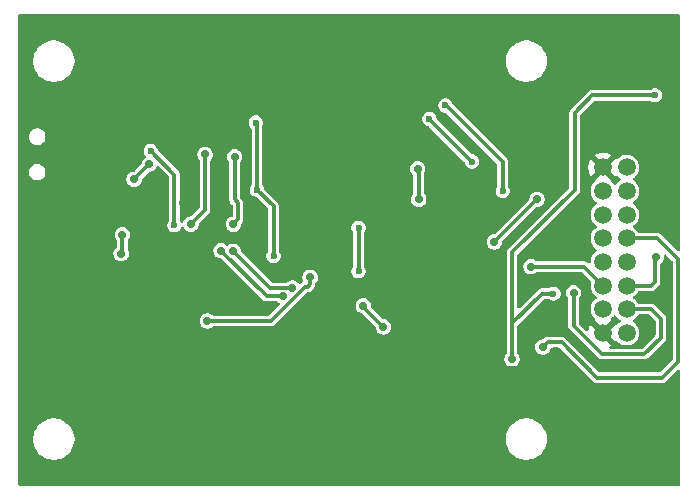
<source format=gbr>
%TF.GenerationSoftware,KiCad,Pcbnew,9.0.2*%
%TF.CreationDate,2025-06-28T10:42:52+02:00*%
%TF.ProjectId,canbox2,63616e62-6f78-4322-9e6b-696361645f70,rev?*%
%TF.SameCoordinates,Original*%
%TF.FileFunction,Copper,L2,Bot*%
%TF.FilePolarity,Positive*%
%FSLAX46Y46*%
G04 Gerber Fmt 4.6, Leading zero omitted, Abs format (unit mm)*
G04 Created by KiCad (PCBNEW 9.0.2) date 2025-06-28 10:42:52*
%MOMM*%
%LPD*%
G01*
G04 APERTURE LIST*
%TA.AperFunction,ComponentPad*%
%ADD10C,1.520000*%
%TD*%
%TA.AperFunction,ViaPad*%
%ADD11C,0.600000*%
%TD*%
%TA.AperFunction,ViaPad*%
%ADD12C,0.700000*%
%TD*%
%TA.AperFunction,Conductor*%
%ADD13C,0.300000*%
%TD*%
%TA.AperFunction,Conductor*%
%ADD14C,0.500000*%
%TD*%
G04 APERTURE END LIST*
D10*
%TO.P,U5,1,1*%
%TO.N,/USART1_TX*%
X84100000Y-66100000D03*
%TO.P,U5,2,2*%
%TO.N,GND*%
X82100000Y-66100000D03*
%TO.P,U5,3,3*%
%TO.N,unconnected-(U5-Pad3)*%
X84100000Y-68100000D03*
%TO.P,U5,4,4*%
%TO.N,/USART1_RX*%
X82100000Y-68100000D03*
%TO.P,U5,5,5*%
%TO.N,unconnected-(U5-Pad5)*%
X84100000Y-70100000D03*
%TO.P,U5,6,6*%
%TO.N,/SWCLK*%
X82100000Y-70100000D03*
%TO.P,U5,7,7*%
%TO.N,/SWC*%
X84100000Y-72100000D03*
%TO.P,U5,8,8*%
%TO.N,/SWDIO*%
X82100000Y-72100000D03*
%TO.P,U5,9,9*%
%TO.N,unconnected-(U5-Pad9)*%
X84100000Y-74100000D03*
%TO.P,U5,10,10*%
%TO.N,unconnected-(U5-Pad10)*%
X82100000Y-74100000D03*
%TO.P,U5,11,11*%
%TO.N,/ACC*%
X84100000Y-76100000D03*
%TO.P,U5,12,12*%
%TO.N,/ILL*%
X82100000Y-76100000D03*
%TO.P,U5,13,13*%
%TO.N,/CANL*%
X84100000Y-78100000D03*
%TO.P,U5,14,14*%
%TO.N,/CANH*%
X82100000Y-78100000D03*
%TO.P,U5,15,15*%
%TO.N,VCAR*%
X84100000Y-80100000D03*
%TO.P,U5,16,16*%
%TO.N,GND*%
X82100000Y-80100000D03*
%TD*%
D11*
%TO.N,+3.3V*%
X52800000Y-68000000D03*
D12*
X43700000Y-65800000D03*
X42400000Y-67100000D03*
D11*
X54200000Y-73600000D03*
X52700000Y-62300000D03*
D12*
%TO.N,GND*%
X42200000Y-70360000D03*
X50400000Y-69800000D03*
X71400000Y-74800000D03*
D11*
X72100000Y-87400000D03*
D12*
X47200000Y-91000000D03*
X49400000Y-77800000D03*
X44300000Y-88000000D03*
X36900000Y-74300000D03*
X40100000Y-77600000D03*
D11*
X66700000Y-87200000D03*
X63600000Y-88900000D03*
D12*
X61600000Y-79800000D03*
X46554000Y-69100000D03*
X38620000Y-62800000D03*
X59463891Y-75913885D03*
X80600000Y-63600000D03*
X80400000Y-57400000D03*
X61300000Y-69400000D03*
X45600000Y-72800000D03*
D11*
X64100000Y-86900000D03*
X69500000Y-87400000D03*
D12*
X72700000Y-79100000D03*
D11*
X78150000Y-81550000D03*
X59600000Y-55400000D03*
%TO.N,/NRST*%
X45800000Y-71000000D03*
X43800000Y-64700000D03*
D12*
%TO.N,/HSE_OUT*%
X41400000Y-71800000D03*
X41300000Y-73400000D03*
D11*
%TO.N,+5V*%
X61400000Y-71200000D03*
X61400000Y-74900000D03*
%TO.N,/SWCLK*%
X71000000Y-65600000D03*
X67400000Y-62000000D03*
D12*
%TO.N,/I2C1_SCL*%
X50800000Y-73200000D03*
X55800000Y-76300000D03*
%TO.N,/GPIO_ACC*%
X47200000Y-70900000D03*
X48400000Y-65000000D03*
D11*
%TO.N,+12V*%
X86500000Y-60000000D03*
X77900000Y-76800000D03*
D12*
X74400000Y-82300000D03*
%TO.N,/CANSTB*%
X66400000Y-66200000D03*
X66500000Y-68800000D03*
%TO.N,/USART1_RX*%
X76500000Y-68800000D03*
X72900000Y-72400000D03*
%TO.N,/I2C1_SCDA*%
X49755025Y-73144975D03*
X55000000Y-77000000D03*
D11*
%TO.N,/SWDIO*%
X73600000Y-68100000D03*
X68750000Y-60850000D03*
D12*
%TO.N,/USART1_TX*%
X50900000Y-65200000D03*
X50800000Y-70900000D03*
%TO.N,/GPIO_ILL*%
X57300000Y-75400000D03*
X48600000Y-79100000D03*
%TO.N,/ACC*%
X86600000Y-73700000D03*
%TO.N,/ILL*%
X76000000Y-74500000D03*
%TO.N,/CANL*%
X79600000Y-76700000D03*
%TO.N,/SWC*%
X61800000Y-77800000D03*
X63500000Y-79600000D03*
X77000000Y-81300000D03*
%TD*%
D13*
%TO.N,+3.3V*%
X54200000Y-73600000D02*
X54200000Y-69400000D01*
X54200000Y-69400000D02*
X52800000Y-68000000D01*
X43700000Y-65800000D02*
X42400000Y-67100000D01*
X52800000Y-62400000D02*
X52700000Y-62300000D01*
X52800000Y-68000000D02*
X52800000Y-62400000D01*
D14*
%TO.N,GND*%
X78150000Y-81550000D02*
X72300000Y-87400000D01*
D13*
X71400000Y-74800000D02*
X71300000Y-74900000D01*
X40100000Y-77600000D02*
X40000000Y-77700000D01*
D14*
X72300000Y-87400000D02*
X72100000Y-87400000D01*
D13*
%TO.N,/NRST*%
X45800000Y-71000000D02*
X45800000Y-66700000D01*
X45800000Y-66700000D02*
X43800000Y-64700000D01*
%TO.N,/HSE_OUT*%
X41400000Y-71800000D02*
X41400000Y-73300000D01*
X41400000Y-73300000D02*
X41300000Y-73400000D01*
%TO.N,+5V*%
X61400000Y-71200000D02*
X61400000Y-74900000D01*
%TO.N,/SWCLK*%
X71000000Y-65600000D02*
X67400000Y-62000000D01*
%TO.N,/I2C1_SCL*%
X50800000Y-73200000D02*
X53900000Y-76300000D01*
X53900000Y-76300000D02*
X55800000Y-76300000D01*
%TO.N,/GPIO_ACC*%
X48400000Y-69700000D02*
X47200000Y-70900000D01*
X48400000Y-65000000D02*
X48400000Y-69700000D01*
%TO.N,+12V*%
X81200000Y-60000000D02*
X86500000Y-60000000D01*
X79699000Y-68001000D02*
X79699000Y-61501000D01*
X74400000Y-79300000D02*
X74400000Y-73300000D01*
X74400000Y-73300000D02*
X79699000Y-68001000D01*
X79699000Y-61501000D02*
X81200000Y-60000000D01*
X74400000Y-79300000D02*
X76900000Y-76800000D01*
X74400000Y-82300000D02*
X74400000Y-79300000D01*
X76900000Y-76800000D02*
X77900000Y-76800000D01*
%TO.N,/CANSTB*%
X66500000Y-66300000D02*
X66400000Y-66200000D01*
X66500000Y-68800000D02*
X66500000Y-66300000D01*
%TO.N,/USART1_RX*%
X76500000Y-68800000D02*
X72900000Y-72400000D01*
%TO.N,/I2C1_SCDA*%
X49755025Y-73144975D02*
X53610050Y-77000000D01*
X53610050Y-77000000D02*
X55000000Y-77000000D01*
%TO.N,/SWDIO*%
X68827515Y-60850000D02*
X68750000Y-60850000D01*
X73600000Y-65622485D02*
X68827515Y-60850000D01*
X73600000Y-68100000D02*
X73600000Y-65622485D01*
%TO.N,/USART1_TX*%
X51200000Y-69100000D02*
X51200000Y-70500000D01*
X50900000Y-65200000D02*
X50900000Y-68800000D01*
X51200000Y-70500000D02*
X50800000Y-70900000D01*
X50900000Y-68800000D02*
X51200000Y-69100000D01*
%TO.N,/GPIO_ILL*%
X56900000Y-76191364D02*
X53991364Y-79100000D01*
X57300000Y-75400000D02*
X57300000Y-76000000D01*
X57108636Y-76191364D02*
X56900000Y-76191364D01*
X57300000Y-76000000D02*
X57108636Y-76191364D01*
X53991364Y-79100000D02*
X48600000Y-79100000D01*
%TO.N,/ACC*%
X84100000Y-76100000D02*
X86200000Y-76100000D01*
X86500000Y-73800000D02*
X86600000Y-73700000D01*
X86200000Y-76100000D02*
X86500000Y-75800000D01*
X86500000Y-75800000D02*
X86500000Y-73800000D01*
%TO.N,/ILL*%
X76000000Y-74500000D02*
X80500000Y-74500000D01*
X80500000Y-74500000D02*
X82100000Y-76100000D01*
%TO.N,/CANL*%
X87000000Y-80500000D02*
X87000000Y-78900000D01*
X87000000Y-78900000D02*
X86200000Y-78100000D01*
X86200000Y-78100000D02*
X84100000Y-78100000D01*
X79600000Y-76700000D02*
X79600000Y-79500000D01*
X85600000Y-81900000D02*
X87000000Y-80500000D01*
X79600000Y-79500000D02*
X82000000Y-81900000D01*
X82000000Y-81900000D02*
X85600000Y-81900000D01*
%TO.N,/SWC*%
X77000000Y-81300000D02*
X77401000Y-80899000D01*
X88449000Y-73849000D02*
X86700000Y-72100000D01*
X81600000Y-83900000D02*
X87100000Y-83900000D01*
X87100000Y-83900000D02*
X88449000Y-82551000D01*
X86700000Y-72100000D02*
X84100000Y-72100000D01*
X61800000Y-77800000D02*
X61800000Y-77900000D01*
X88449000Y-82551000D02*
X88449000Y-73849000D01*
X77401000Y-80899000D02*
X78599000Y-80899000D01*
X78599000Y-80899000D02*
X81600000Y-83900000D01*
X61800000Y-77900000D02*
X63500000Y-79600000D01*
%TD*%
%TA.AperFunction,Conductor*%
%TO.N,GND*%
G36*
X88542539Y-53120185D02*
G01*
X88588294Y-53172989D01*
X88599500Y-53224500D01*
X88599500Y-73063035D01*
X88579815Y-73130074D01*
X88527011Y-73175829D01*
X88457853Y-73185773D01*
X88394297Y-73156748D01*
X88387819Y-73150716D01*
X86976616Y-71739513D01*
X86976614Y-71739511D01*
X86925250Y-71709856D01*
X86873888Y-71680201D01*
X86861780Y-71676957D01*
X86849673Y-71673713D01*
X86849670Y-71673712D01*
X86811478Y-71663478D01*
X86759309Y-71649500D01*
X86759308Y-71649500D01*
X85140717Y-71649500D01*
X85073678Y-71629815D01*
X85037615Y-71594391D01*
X85032652Y-71586964D01*
X84958820Y-71476466D01*
X84923744Y-71423970D01*
X84776032Y-71276258D01*
X84776028Y-71276255D01*
X84666547Y-71203102D01*
X84621742Y-71149490D01*
X84613035Y-71080165D01*
X84643189Y-71017137D01*
X84666547Y-70996898D01*
X84709472Y-70968216D01*
X84776029Y-70923744D01*
X84923744Y-70776029D01*
X85039803Y-70602335D01*
X85044137Y-70591873D01*
X85088267Y-70485331D01*
X85119745Y-70409336D01*
X85152103Y-70246666D01*
X85160500Y-70204452D01*
X85160500Y-69995547D01*
X85119746Y-69790670D01*
X85119745Y-69790664D01*
X85045578Y-69611607D01*
X85039806Y-69597671D01*
X85039799Y-69597658D01*
X84923744Y-69423971D01*
X84923741Y-69423967D01*
X84776032Y-69276258D01*
X84776028Y-69276255D01*
X84666547Y-69203102D01*
X84621742Y-69149490D01*
X84613035Y-69080165D01*
X84643189Y-69017137D01*
X84666547Y-68996898D01*
X84700985Y-68973887D01*
X84776029Y-68923744D01*
X84923744Y-68776029D01*
X85039803Y-68602335D01*
X85119745Y-68409336D01*
X85160500Y-68204450D01*
X85160500Y-67995550D01*
X85160500Y-67995547D01*
X85119746Y-67790670D01*
X85119745Y-67790664D01*
X85092754Y-67725501D01*
X85039806Y-67597671D01*
X85039799Y-67597658D01*
X84923744Y-67423971D01*
X84923741Y-67423967D01*
X84776032Y-67276258D01*
X84776028Y-67276255D01*
X84666547Y-67203102D01*
X84621742Y-67149490D01*
X84613035Y-67080165D01*
X84643189Y-67017137D01*
X84666547Y-66996898D01*
X84694314Y-66978344D01*
X84776029Y-66923744D01*
X84923744Y-66776029D01*
X85039803Y-66602335D01*
X85119745Y-66409336D01*
X85146174Y-66276473D01*
X85160500Y-66204452D01*
X85160500Y-65995547D01*
X85129724Y-65840834D01*
X85119745Y-65790664D01*
X85080006Y-65694724D01*
X85039806Y-65597671D01*
X85039799Y-65597658D01*
X84923744Y-65423971D01*
X84923741Y-65423967D01*
X84776032Y-65276258D01*
X84776028Y-65276255D01*
X84602341Y-65160200D01*
X84602328Y-65160193D01*
X84409337Y-65080255D01*
X84409329Y-65080253D01*
X84204452Y-65039500D01*
X84204450Y-65039500D01*
X83995550Y-65039500D01*
X83995548Y-65039500D01*
X83790670Y-65080253D01*
X83790662Y-65080255D01*
X83597671Y-65160193D01*
X83597658Y-65160200D01*
X83423971Y-65276255D01*
X83315221Y-65385005D01*
X83253898Y-65418489D01*
X83184206Y-65413505D01*
X83172019Y-65404381D01*
X83150837Y-65402714D01*
X82548016Y-66005535D01*
X82526042Y-65923527D01*
X82465851Y-65819273D01*
X82380727Y-65734149D01*
X82276473Y-65673958D01*
X82194463Y-65651983D01*
X82797283Y-65049161D01*
X82760380Y-65022350D01*
X82583672Y-64932311D01*
X82583669Y-64932310D01*
X82395052Y-64871026D01*
X82199163Y-64840000D01*
X82000837Y-64840000D01*
X81804947Y-64871026D01*
X81616330Y-64932310D01*
X81616322Y-64932313D01*
X81439615Y-65022352D01*
X81402715Y-65049160D01*
X81402715Y-65049161D01*
X82005537Y-65651983D01*
X81923527Y-65673958D01*
X81819273Y-65734149D01*
X81734149Y-65819273D01*
X81673958Y-65923527D01*
X81651983Y-66005537D01*
X81049161Y-65402715D01*
X81049160Y-65402715D01*
X81022352Y-65439615D01*
X80932313Y-65616322D01*
X80932310Y-65616330D01*
X80871026Y-65804947D01*
X80840000Y-66000836D01*
X80840000Y-66199163D01*
X80871026Y-66395052D01*
X80932310Y-66583669D01*
X80932311Y-66583672D01*
X81022350Y-66760380D01*
X81049161Y-66797283D01*
X81651982Y-66194462D01*
X81673958Y-66276473D01*
X81734149Y-66380727D01*
X81819273Y-66465851D01*
X81923527Y-66526042D01*
X82005536Y-66548016D01*
X81402714Y-67150837D01*
X81404339Y-67171485D01*
X81412875Y-67182555D01*
X81418853Y-67252169D01*
X81386245Y-67313963D01*
X81385005Y-67315221D01*
X81276255Y-67423971D01*
X81160200Y-67597658D01*
X81160193Y-67597671D01*
X81080255Y-67790662D01*
X81080253Y-67790670D01*
X81039500Y-67995547D01*
X81039500Y-67995550D01*
X81039500Y-68204450D01*
X81039500Y-68204452D01*
X81039499Y-68204452D01*
X81080253Y-68409329D01*
X81080255Y-68409337D01*
X81160193Y-68602328D01*
X81160200Y-68602341D01*
X81276255Y-68776028D01*
X81276258Y-68776032D01*
X81423967Y-68923741D01*
X81423971Y-68923744D01*
X81533452Y-68996898D01*
X81578257Y-69050511D01*
X81586964Y-69119836D01*
X81556809Y-69182863D01*
X81533452Y-69203102D01*
X81423971Y-69276255D01*
X81423967Y-69276258D01*
X81276258Y-69423967D01*
X81276255Y-69423971D01*
X81160200Y-69597658D01*
X81160193Y-69597671D01*
X81080255Y-69790662D01*
X81080253Y-69790670D01*
X81039500Y-69995547D01*
X81039500Y-69995550D01*
X81039500Y-70204450D01*
X81039500Y-70204452D01*
X81039499Y-70204452D01*
X81080253Y-70409329D01*
X81080255Y-70409337D01*
X81160193Y-70602328D01*
X81160200Y-70602341D01*
X81276255Y-70776028D01*
X81276258Y-70776032D01*
X81423967Y-70923741D01*
X81423971Y-70923744D01*
X81533452Y-70996898D01*
X81578257Y-71050511D01*
X81586964Y-71119836D01*
X81556809Y-71182863D01*
X81533452Y-71203102D01*
X81423971Y-71276255D01*
X81423967Y-71276258D01*
X81276258Y-71423967D01*
X81276255Y-71423971D01*
X81160200Y-71597658D01*
X81160193Y-71597671D01*
X81080255Y-71790662D01*
X81080253Y-71790670D01*
X81039500Y-71995547D01*
X81039500Y-71995550D01*
X81039500Y-72204450D01*
X81039500Y-72204452D01*
X81039499Y-72204452D01*
X81080253Y-72409329D01*
X81080255Y-72409337D01*
X81160193Y-72602328D01*
X81160200Y-72602341D01*
X81276255Y-72776028D01*
X81276258Y-72776032D01*
X81423967Y-72923741D01*
X81423971Y-72923744D01*
X81533452Y-72996898D01*
X81578257Y-73050511D01*
X81586964Y-73119836D01*
X81556809Y-73182863D01*
X81533452Y-73203102D01*
X81423971Y-73276255D01*
X81423967Y-73276258D01*
X81276258Y-73423967D01*
X81276255Y-73423971D01*
X81160200Y-73597658D01*
X81160193Y-73597671D01*
X81080255Y-73790662D01*
X81080253Y-73790670D01*
X81039500Y-73995547D01*
X81039500Y-74103035D01*
X81019815Y-74170074D01*
X80967011Y-74215829D01*
X80897853Y-74225773D01*
X80834297Y-74196748D01*
X80827819Y-74190716D01*
X80776616Y-74139513D01*
X80776614Y-74139511D01*
X80725250Y-74109856D01*
X80673888Y-74080201D01*
X80661780Y-74076957D01*
X80649673Y-74073713D01*
X80649670Y-74073712D01*
X80600761Y-74060607D01*
X80559309Y-74049500D01*
X80559308Y-74049500D01*
X76520808Y-74049500D01*
X76453769Y-74029815D01*
X76433127Y-74013181D01*
X76414672Y-73994726D01*
X76414668Y-73994723D01*
X76308133Y-73923538D01*
X76308124Y-73923533D01*
X76189744Y-73874499D01*
X76189738Y-73874497D01*
X76064071Y-73849500D01*
X76064069Y-73849500D01*
X75935931Y-73849500D01*
X75935929Y-73849500D01*
X75810261Y-73874497D01*
X75810255Y-73874499D01*
X75691875Y-73923533D01*
X75691866Y-73923538D01*
X75585331Y-73994723D01*
X75585327Y-73994726D01*
X75494726Y-74085327D01*
X75494723Y-74085331D01*
X75423538Y-74191866D01*
X75423533Y-74191875D01*
X75374499Y-74310255D01*
X75374497Y-74310261D01*
X75349500Y-74435928D01*
X75349500Y-74435931D01*
X75349500Y-74564069D01*
X75349500Y-74564071D01*
X75349499Y-74564071D01*
X75374497Y-74689738D01*
X75374499Y-74689744D01*
X75423533Y-74808124D01*
X75423538Y-74808133D01*
X75494723Y-74914668D01*
X75494726Y-74914672D01*
X75585327Y-75005273D01*
X75585331Y-75005276D01*
X75691866Y-75076461D01*
X75691875Y-75076466D01*
X75718692Y-75087574D01*
X75810256Y-75125501D01*
X75810260Y-75125501D01*
X75810261Y-75125502D01*
X75935928Y-75150500D01*
X75935931Y-75150500D01*
X76064071Y-75150500D01*
X76158163Y-75131783D01*
X76189744Y-75125501D01*
X76308127Y-75076465D01*
X76414669Y-75005276D01*
X76423047Y-74996898D01*
X76433127Y-74986819D01*
X76494450Y-74953334D01*
X76520808Y-74950500D01*
X80262035Y-74950500D01*
X80329074Y-74970185D01*
X80349716Y-74986819D01*
X81045550Y-75682654D01*
X81079035Y-75743977D01*
X81079486Y-75794527D01*
X81039500Y-75995547D01*
X81039500Y-75995550D01*
X81039500Y-76204450D01*
X81039500Y-76204452D01*
X81039499Y-76204452D01*
X81080253Y-76409329D01*
X81080255Y-76409337D01*
X81160193Y-76602328D01*
X81160200Y-76602341D01*
X81276255Y-76776028D01*
X81276258Y-76776032D01*
X81423967Y-76923741D01*
X81423971Y-76923744D01*
X81533452Y-76996898D01*
X81578257Y-77050511D01*
X81586964Y-77119836D01*
X81556809Y-77182863D01*
X81533452Y-77203102D01*
X81423971Y-77276255D01*
X81423967Y-77276258D01*
X81276258Y-77423967D01*
X81276255Y-77423971D01*
X81160200Y-77597658D01*
X81160193Y-77597671D01*
X81080255Y-77790662D01*
X81080253Y-77790670D01*
X81039500Y-77995547D01*
X81039500Y-77995550D01*
X81039500Y-78204450D01*
X81039500Y-78204452D01*
X81039499Y-78204452D01*
X81080253Y-78409329D01*
X81080255Y-78409337D01*
X81160193Y-78602328D01*
X81160200Y-78602341D01*
X81276255Y-78776028D01*
X81276258Y-78776032D01*
X81385004Y-78884778D01*
X81418489Y-78946101D01*
X81413505Y-79015793D01*
X81404382Y-79027978D01*
X81402715Y-79049161D01*
X82005537Y-79651983D01*
X81923527Y-79673958D01*
X81819273Y-79734149D01*
X81734149Y-79819273D01*
X81673958Y-79923527D01*
X81651983Y-80005537D01*
X81049161Y-79402715D01*
X81049160Y-79402715D01*
X81022352Y-79439615D01*
X80932313Y-79616322D01*
X80932310Y-79616330D01*
X80871026Y-79804945D01*
X80864115Y-79848578D01*
X80834184Y-79911712D01*
X80774872Y-79948642D01*
X80705009Y-79947642D01*
X80653961Y-79916858D01*
X80086819Y-79349716D01*
X80053334Y-79288393D01*
X80050500Y-79262035D01*
X80050500Y-77220807D01*
X80070185Y-77153768D01*
X80086821Y-77133124D01*
X80105274Y-77114671D01*
X80105276Y-77114669D01*
X80176465Y-77008127D01*
X80225501Y-76889744D01*
X80233682Y-76848615D01*
X80250500Y-76764071D01*
X80250500Y-76635928D01*
X80225502Y-76510261D01*
X80225501Y-76510260D01*
X80225501Y-76510256D01*
X80176465Y-76391873D01*
X80176464Y-76391872D01*
X80176461Y-76391866D01*
X80105276Y-76285331D01*
X80105273Y-76285327D01*
X80014672Y-76194726D01*
X80014668Y-76194723D01*
X79908133Y-76123538D01*
X79908124Y-76123533D01*
X79789744Y-76074499D01*
X79789738Y-76074497D01*
X79664071Y-76049500D01*
X79664069Y-76049500D01*
X79535931Y-76049500D01*
X79535929Y-76049500D01*
X79410261Y-76074497D01*
X79410255Y-76074499D01*
X79291875Y-76123533D01*
X79291866Y-76123538D01*
X79185331Y-76194723D01*
X79185327Y-76194726D01*
X79094726Y-76285327D01*
X79094723Y-76285331D01*
X79023538Y-76391866D01*
X79023533Y-76391875D01*
X78974499Y-76510255D01*
X78974497Y-76510261D01*
X78949500Y-76635928D01*
X78949500Y-76635931D01*
X78949500Y-76764069D01*
X78949500Y-76764071D01*
X78949499Y-76764071D01*
X78974497Y-76889738D01*
X78974499Y-76889744D01*
X79023533Y-77008124D01*
X79023538Y-77008133D01*
X79094723Y-77114668D01*
X79094725Y-77114671D01*
X79113179Y-77133124D01*
X79146666Y-77194446D01*
X79149500Y-77220807D01*
X79149500Y-79559311D01*
X79159777Y-79597662D01*
X79159777Y-79597664D01*
X79159778Y-79597664D01*
X79159778Y-79597665D01*
X79180201Y-79673887D01*
X79239511Y-79776614D01*
X81723387Y-82260490D01*
X81723389Y-82260491D01*
X81723393Y-82260494D01*
X81814398Y-82313035D01*
X81826114Y-82319799D01*
X81940691Y-82350500D01*
X81940694Y-82350500D01*
X85659308Y-82350500D01*
X85659309Y-82350500D01*
X85749673Y-82326286D01*
X85773887Y-82319799D01*
X85876614Y-82260489D01*
X87360489Y-80776614D01*
X87419799Y-80673887D01*
X87438971Y-80602335D01*
X87450500Y-80559309D01*
X87450500Y-78840691D01*
X87419799Y-78726114D01*
X87419799Y-78726113D01*
X87419799Y-78726112D01*
X87360492Y-78623389D01*
X87360488Y-78623384D01*
X86476616Y-77739513D01*
X86476614Y-77739511D01*
X86400540Y-77695589D01*
X86373888Y-77680201D01*
X86361780Y-77676957D01*
X86349673Y-77673713D01*
X86349670Y-77673712D01*
X86291065Y-77658009D01*
X86259309Y-77649500D01*
X86259308Y-77649500D01*
X85140717Y-77649500D01*
X85073678Y-77629815D01*
X85037615Y-77594391D01*
X85032652Y-77586964D01*
X84996612Y-77533025D01*
X84923744Y-77423970D01*
X84776032Y-77276258D01*
X84776028Y-77276255D01*
X84666547Y-77203102D01*
X84621742Y-77149490D01*
X84613035Y-77080165D01*
X84643189Y-77017137D01*
X84666547Y-76996898D01*
X84694314Y-76978344D01*
X84776029Y-76923744D01*
X84923744Y-76776029D01*
X85037615Y-76605608D01*
X85091227Y-76560804D01*
X85140717Y-76550500D01*
X86259307Y-76550500D01*
X86259309Y-76550500D01*
X86334441Y-76530368D01*
X86350319Y-76526114D01*
X86350320Y-76526113D01*
X86373887Y-76519799D01*
X86476614Y-76460489D01*
X86860489Y-76076614D01*
X86919799Y-75973887D01*
X86929010Y-75939511D01*
X86950500Y-75859309D01*
X86950500Y-74314431D01*
X86970185Y-74247392D01*
X87005610Y-74211328D01*
X87014669Y-74205276D01*
X87105276Y-74114669D01*
X87176465Y-74008127D01*
X87225501Y-73889744D01*
X87237030Y-73831784D01*
X87250500Y-73764071D01*
X87250500Y-73635928D01*
X87243757Y-73602031D01*
X87249984Y-73532440D01*
X87292846Y-73477262D01*
X87358736Y-73454017D01*
X87426733Y-73470084D01*
X87453055Y-73490158D01*
X87962181Y-73999284D01*
X87995666Y-74060607D01*
X87998500Y-74086965D01*
X87998500Y-82313035D01*
X87978815Y-82380074D01*
X87962181Y-82400716D01*
X86949716Y-83413181D01*
X86888393Y-83446666D01*
X86862035Y-83449500D01*
X81837965Y-83449500D01*
X81770926Y-83429815D01*
X81750284Y-83413181D01*
X78875616Y-80538513D01*
X78875614Y-80538511D01*
X78824250Y-80508856D01*
X78772888Y-80479201D01*
X78760780Y-80475957D01*
X78748673Y-80472713D01*
X78748670Y-80472712D01*
X78710478Y-80462478D01*
X78658309Y-80448500D01*
X77341691Y-80448500D01*
X77276937Y-80465851D01*
X77227113Y-80479201D01*
X77124386Y-80538509D01*
X77124384Y-80538511D01*
X77049715Y-80613181D01*
X76988392Y-80646666D01*
X76962034Y-80649500D01*
X76935929Y-80649500D01*
X76810261Y-80674497D01*
X76810255Y-80674499D01*
X76691875Y-80723533D01*
X76691866Y-80723538D01*
X76585331Y-80794723D01*
X76585327Y-80794726D01*
X76494726Y-80885327D01*
X76494723Y-80885331D01*
X76423538Y-80991866D01*
X76423533Y-80991875D01*
X76374499Y-81110255D01*
X76374497Y-81110261D01*
X76349500Y-81235928D01*
X76349500Y-81235931D01*
X76349500Y-81364069D01*
X76349500Y-81364071D01*
X76349499Y-81364071D01*
X76374497Y-81489738D01*
X76374499Y-81489744D01*
X76423533Y-81608124D01*
X76423538Y-81608133D01*
X76494723Y-81714668D01*
X76494726Y-81714672D01*
X76585327Y-81805273D01*
X76585331Y-81805276D01*
X76691866Y-81876461D01*
X76691872Y-81876464D01*
X76691873Y-81876465D01*
X76810256Y-81925501D01*
X76810260Y-81925501D01*
X76810261Y-81925502D01*
X76935928Y-81950500D01*
X76935931Y-81950500D01*
X77064071Y-81950500D01*
X77148615Y-81933682D01*
X77189744Y-81925501D01*
X77308127Y-81876465D01*
X77414669Y-81805276D01*
X77505276Y-81714669D01*
X77576465Y-81608127D01*
X77625501Y-81489744D01*
X77627572Y-81479328D01*
X77633545Y-81449308D01*
X77665931Y-81387397D01*
X77726647Y-81352823D01*
X77755162Y-81349500D01*
X78361035Y-81349500D01*
X78428074Y-81369185D01*
X78448716Y-81385819D01*
X81323386Y-84260489D01*
X81426113Y-84319799D01*
X81450321Y-84326284D01*
X81450324Y-84326286D01*
X81450325Y-84326286D01*
X81480447Y-84334357D01*
X81540691Y-84350500D01*
X81540693Y-84350500D01*
X87159308Y-84350500D01*
X87159309Y-84350500D01*
X87249673Y-84326286D01*
X87273887Y-84319799D01*
X87376614Y-84260489D01*
X88387819Y-83249284D01*
X88449142Y-83215799D01*
X88518834Y-83220783D01*
X88574767Y-83262655D01*
X88599184Y-83328119D01*
X88599500Y-83336965D01*
X88599500Y-92975500D01*
X88579815Y-93042539D01*
X88527011Y-93088294D01*
X88475500Y-93099500D01*
X32724500Y-93099500D01*
X32657461Y-93079815D01*
X32611706Y-93027011D01*
X32600500Y-92975500D01*
X32600500Y-88985258D01*
X33849500Y-88985258D01*
X33849500Y-89214741D01*
X33874446Y-89404215D01*
X33879452Y-89442238D01*
X33879453Y-89442240D01*
X33938842Y-89663887D01*
X34026650Y-89875876D01*
X34026657Y-89875890D01*
X34141392Y-90074617D01*
X34281081Y-90256661D01*
X34281089Y-90256670D01*
X34443330Y-90418911D01*
X34443338Y-90418918D01*
X34625382Y-90558607D01*
X34625385Y-90558608D01*
X34625388Y-90558611D01*
X34824112Y-90673344D01*
X34824117Y-90673346D01*
X34824123Y-90673349D01*
X34915480Y-90711190D01*
X35036113Y-90761158D01*
X35257762Y-90820548D01*
X35485266Y-90850500D01*
X35485273Y-90850500D01*
X35714727Y-90850500D01*
X35714734Y-90850500D01*
X35942238Y-90820548D01*
X36163887Y-90761158D01*
X36375888Y-90673344D01*
X36574612Y-90558611D01*
X36756661Y-90418919D01*
X36756665Y-90418914D01*
X36756670Y-90418911D01*
X36918911Y-90256670D01*
X36918914Y-90256665D01*
X36918919Y-90256661D01*
X37058611Y-90074612D01*
X37173344Y-89875888D01*
X37261158Y-89663887D01*
X37320548Y-89442238D01*
X37350500Y-89214734D01*
X37350500Y-88985266D01*
X37350499Y-88985258D01*
X73849500Y-88985258D01*
X73849500Y-89214741D01*
X73874446Y-89404215D01*
X73879452Y-89442238D01*
X73879453Y-89442240D01*
X73938842Y-89663887D01*
X74026650Y-89875876D01*
X74026657Y-89875890D01*
X74141392Y-90074617D01*
X74281081Y-90256661D01*
X74281089Y-90256670D01*
X74443330Y-90418911D01*
X74443338Y-90418918D01*
X74625382Y-90558607D01*
X74625385Y-90558608D01*
X74625388Y-90558611D01*
X74824112Y-90673344D01*
X74824117Y-90673346D01*
X74824123Y-90673349D01*
X74915480Y-90711190D01*
X75036113Y-90761158D01*
X75257762Y-90820548D01*
X75485266Y-90850500D01*
X75485273Y-90850500D01*
X75714727Y-90850500D01*
X75714734Y-90850500D01*
X75942238Y-90820548D01*
X76163887Y-90761158D01*
X76375888Y-90673344D01*
X76574612Y-90558611D01*
X76756661Y-90418919D01*
X76756665Y-90418914D01*
X76756670Y-90418911D01*
X76918911Y-90256670D01*
X76918914Y-90256665D01*
X76918919Y-90256661D01*
X77058611Y-90074612D01*
X77173344Y-89875888D01*
X77261158Y-89663887D01*
X77320548Y-89442238D01*
X77350500Y-89214734D01*
X77350500Y-88985266D01*
X77320548Y-88757762D01*
X77261158Y-88536113D01*
X77173344Y-88324112D01*
X77058611Y-88125388D01*
X77058608Y-88125385D01*
X77058607Y-88125382D01*
X76918918Y-87943338D01*
X76918911Y-87943330D01*
X76756670Y-87781089D01*
X76756661Y-87781081D01*
X76574617Y-87641392D01*
X76375890Y-87526657D01*
X76375876Y-87526650D01*
X76163887Y-87438842D01*
X75942238Y-87379452D01*
X75904215Y-87374446D01*
X75714741Y-87349500D01*
X75714734Y-87349500D01*
X75485266Y-87349500D01*
X75485258Y-87349500D01*
X75268715Y-87378009D01*
X75257762Y-87379452D01*
X75164076Y-87404554D01*
X75036112Y-87438842D01*
X74824123Y-87526650D01*
X74824109Y-87526657D01*
X74625382Y-87641392D01*
X74443338Y-87781081D01*
X74281081Y-87943338D01*
X74141392Y-88125382D01*
X74026657Y-88324109D01*
X74026650Y-88324123D01*
X73938842Y-88536112D01*
X73879453Y-88757759D01*
X73879451Y-88757770D01*
X73849500Y-88985258D01*
X37350499Y-88985258D01*
X37320548Y-88757762D01*
X37261158Y-88536113D01*
X37173344Y-88324112D01*
X37058611Y-88125388D01*
X37058608Y-88125385D01*
X37058607Y-88125382D01*
X36918918Y-87943338D01*
X36918911Y-87943330D01*
X36756670Y-87781089D01*
X36756661Y-87781081D01*
X36574617Y-87641392D01*
X36375890Y-87526657D01*
X36375876Y-87526650D01*
X36163887Y-87438842D01*
X35942238Y-87379452D01*
X35904215Y-87374446D01*
X35714741Y-87349500D01*
X35714734Y-87349500D01*
X35485266Y-87349500D01*
X35485258Y-87349500D01*
X35268715Y-87378009D01*
X35257762Y-87379452D01*
X35164076Y-87404554D01*
X35036112Y-87438842D01*
X34824123Y-87526650D01*
X34824109Y-87526657D01*
X34625382Y-87641392D01*
X34443338Y-87781081D01*
X34281081Y-87943338D01*
X34141392Y-88125382D01*
X34026657Y-88324109D01*
X34026650Y-88324123D01*
X33938842Y-88536112D01*
X33879453Y-88757759D01*
X33879451Y-88757770D01*
X33849500Y-88985258D01*
X32600500Y-88985258D01*
X32600500Y-82364071D01*
X73749499Y-82364071D01*
X73774497Y-82489738D01*
X73774499Y-82489744D01*
X73823533Y-82608124D01*
X73823538Y-82608133D01*
X73894723Y-82714668D01*
X73894726Y-82714672D01*
X73985327Y-82805273D01*
X73985331Y-82805276D01*
X74091866Y-82876461D01*
X74091872Y-82876464D01*
X74091873Y-82876465D01*
X74210256Y-82925501D01*
X74210260Y-82925501D01*
X74210261Y-82925502D01*
X74335928Y-82950500D01*
X74335931Y-82950500D01*
X74464071Y-82950500D01*
X74548615Y-82933682D01*
X74589744Y-82925501D01*
X74708127Y-82876465D01*
X74814669Y-82805276D01*
X74905276Y-82714669D01*
X74976465Y-82608127D01*
X75025501Y-82489744D01*
X75043210Y-82400716D01*
X75050500Y-82364071D01*
X75050500Y-82235928D01*
X75025502Y-82110261D01*
X75025501Y-82110260D01*
X75025501Y-82110256D01*
X74976465Y-81991873D01*
X74976464Y-81991872D01*
X74976461Y-81991866D01*
X74905276Y-81885331D01*
X74905273Y-81885327D01*
X74886819Y-81866873D01*
X74853334Y-81805550D01*
X74850500Y-81779192D01*
X74850500Y-79537965D01*
X74870185Y-79470926D01*
X74886819Y-79450284D01*
X77050284Y-77286819D01*
X77111607Y-77253334D01*
X77137965Y-77250500D01*
X77450069Y-77250500D01*
X77517108Y-77270185D01*
X77525557Y-77276125D01*
X77531281Y-77280517D01*
X77531284Y-77280520D01*
X77531287Y-77280521D01*
X77531290Y-77280524D01*
X77668209Y-77359573D01*
X77668216Y-77359577D01*
X77820943Y-77400500D01*
X77820945Y-77400500D01*
X77979055Y-77400500D01*
X77979057Y-77400500D01*
X78131784Y-77359577D01*
X78268716Y-77280520D01*
X78380520Y-77168716D01*
X78459577Y-77031784D01*
X78500500Y-76879057D01*
X78500500Y-76720943D01*
X78459577Y-76568216D01*
X78455298Y-76560804D01*
X78380524Y-76431290D01*
X78380518Y-76431282D01*
X78268717Y-76319481D01*
X78268709Y-76319475D01*
X78131790Y-76240426D01*
X78131786Y-76240424D01*
X78131784Y-76240423D01*
X77979057Y-76199500D01*
X77820943Y-76199500D01*
X77668216Y-76240423D01*
X77668209Y-76240426D01*
X77531290Y-76319475D01*
X77525557Y-76323875D01*
X77460388Y-76349070D01*
X77450069Y-76349500D01*
X76840691Y-76349500D01*
X76750325Y-76373713D01*
X76750324Y-76373712D01*
X76726116Y-76380199D01*
X76726113Y-76380200D01*
X76623386Y-76439511D01*
X76623383Y-76439513D01*
X75062181Y-78000716D01*
X75000858Y-78034201D01*
X74931166Y-78029217D01*
X74875233Y-77987345D01*
X74850816Y-77921881D01*
X74850500Y-77913035D01*
X74850500Y-73537965D01*
X74870185Y-73470926D01*
X74886819Y-73450284D01*
X77450500Y-70886603D01*
X80059490Y-68277614D01*
X80085950Y-68231784D01*
X80118796Y-68174893D01*
X80118797Y-68174890D01*
X80118796Y-68174890D01*
X80118799Y-68174887D01*
X80144476Y-68079057D01*
X80149500Y-68060309D01*
X80149500Y-61738965D01*
X80169185Y-61671926D01*
X80185819Y-61651284D01*
X81350284Y-60486819D01*
X81411607Y-60453334D01*
X81437965Y-60450500D01*
X86050069Y-60450500D01*
X86117108Y-60470185D01*
X86125557Y-60476125D01*
X86131281Y-60480517D01*
X86131284Y-60480520D01*
X86131287Y-60480521D01*
X86131290Y-60480524D01*
X86268209Y-60559573D01*
X86268216Y-60559577D01*
X86420943Y-60600500D01*
X86420945Y-60600500D01*
X86579055Y-60600500D01*
X86579057Y-60600500D01*
X86731784Y-60559577D01*
X86868716Y-60480520D01*
X86980520Y-60368716D01*
X87059577Y-60231784D01*
X87100500Y-60079057D01*
X87100500Y-59920943D01*
X87059577Y-59768216D01*
X86985270Y-59639511D01*
X86980524Y-59631290D01*
X86980518Y-59631282D01*
X86868717Y-59519481D01*
X86868709Y-59519475D01*
X86731790Y-59440426D01*
X86731786Y-59440424D01*
X86731784Y-59440423D01*
X86579057Y-59399500D01*
X86420943Y-59399500D01*
X86268216Y-59440423D01*
X86268209Y-59440426D01*
X86131290Y-59519475D01*
X86125557Y-59523875D01*
X86060388Y-59549070D01*
X86050069Y-59549500D01*
X81140691Y-59549500D01*
X81071944Y-59567920D01*
X81026112Y-59580201D01*
X81026107Y-59580204D01*
X80923393Y-59639505D01*
X80923385Y-59639511D01*
X79338513Y-61224383D01*
X79338509Y-61224389D01*
X79279201Y-61327112D01*
X79279200Y-61327117D01*
X79248500Y-61441691D01*
X79248500Y-67763034D01*
X79228815Y-67830073D01*
X79212181Y-67850715D01*
X74039513Y-73023383D01*
X74039511Y-73023386D01*
X73980199Y-73126114D01*
X73976295Y-73140689D01*
X73976295Y-73140690D01*
X73949500Y-73240691D01*
X73949500Y-81779192D01*
X73929815Y-81846231D01*
X73913181Y-81866873D01*
X73894726Y-81885327D01*
X73894723Y-81885331D01*
X73823538Y-81991866D01*
X73823533Y-81991875D01*
X73774499Y-82110255D01*
X73774497Y-82110261D01*
X73749500Y-82235928D01*
X73749500Y-82235931D01*
X73749500Y-82364069D01*
X73749500Y-82364071D01*
X73749499Y-82364071D01*
X32600500Y-82364071D01*
X32600500Y-79164071D01*
X47949499Y-79164071D01*
X47974497Y-79289738D01*
X47974499Y-79289744D01*
X48023533Y-79408124D01*
X48023538Y-79408133D01*
X48094723Y-79514668D01*
X48094726Y-79514672D01*
X48185327Y-79605273D01*
X48185331Y-79605276D01*
X48291866Y-79676461D01*
X48291872Y-79676464D01*
X48291873Y-79676465D01*
X48410256Y-79725501D01*
X48410260Y-79725501D01*
X48410261Y-79725502D01*
X48535928Y-79750500D01*
X48535931Y-79750500D01*
X48664071Y-79750500D01*
X48748615Y-79733682D01*
X48789744Y-79725501D01*
X48908127Y-79676465D01*
X49014669Y-79605276D01*
X49022287Y-79597658D01*
X49033127Y-79586819D01*
X49094450Y-79553334D01*
X49120808Y-79550500D01*
X54050672Y-79550500D01*
X54050673Y-79550500D01*
X54141037Y-79526286D01*
X54165251Y-79519799D01*
X54267978Y-79460489D01*
X55864396Y-77864071D01*
X61149499Y-77864071D01*
X61174497Y-77989738D01*
X61174499Y-77989744D01*
X61223533Y-78108124D01*
X61223538Y-78108133D01*
X61294723Y-78214668D01*
X61294726Y-78214672D01*
X61385327Y-78305273D01*
X61385331Y-78305276D01*
X61491866Y-78376461D01*
X61491872Y-78376464D01*
X61491873Y-78376465D01*
X61610256Y-78425501D01*
X61670910Y-78437566D01*
X61732818Y-78469949D01*
X61734398Y-78471501D01*
X62813181Y-79550284D01*
X62846666Y-79611607D01*
X62849500Y-79637965D01*
X62849500Y-79664069D01*
X62849500Y-79664071D01*
X62849499Y-79664071D01*
X62874497Y-79789738D01*
X62874499Y-79789744D01*
X62923533Y-79908124D01*
X62923538Y-79908133D01*
X62994723Y-80014668D01*
X62994726Y-80014672D01*
X63085327Y-80105273D01*
X63085331Y-80105276D01*
X63191866Y-80176461D01*
X63191872Y-80176464D01*
X63191873Y-80176465D01*
X63310256Y-80225501D01*
X63310260Y-80225501D01*
X63310261Y-80225502D01*
X63435928Y-80250500D01*
X63435931Y-80250500D01*
X63564071Y-80250500D01*
X63648615Y-80233682D01*
X63689744Y-80225501D01*
X63808127Y-80176465D01*
X63914669Y-80105276D01*
X64005276Y-80014669D01*
X64076465Y-79908127D01*
X64125501Y-79789744D01*
X64148034Y-79676466D01*
X64150500Y-79664071D01*
X64150500Y-79535928D01*
X64125502Y-79410261D01*
X64125501Y-79410260D01*
X64125501Y-79410256D01*
X64076465Y-79291873D01*
X64076464Y-79291872D01*
X64076461Y-79291866D01*
X64005276Y-79185331D01*
X64005273Y-79185327D01*
X63914672Y-79094726D01*
X63914668Y-79094723D01*
X63808133Y-79023538D01*
X63808124Y-79023533D01*
X63689744Y-78974499D01*
X63689738Y-78974497D01*
X63564071Y-78949500D01*
X63564069Y-78949500D01*
X63537965Y-78949500D01*
X63470926Y-78929815D01*
X63450284Y-78913181D01*
X62486819Y-77949716D01*
X62453334Y-77888393D01*
X62450500Y-77862035D01*
X62450500Y-77735928D01*
X62425502Y-77610261D01*
X62425501Y-77610260D01*
X62425501Y-77610256D01*
X62376465Y-77491873D01*
X62376464Y-77491872D01*
X62376461Y-77491866D01*
X62305276Y-77385331D01*
X62305273Y-77385327D01*
X62214672Y-77294726D01*
X62214668Y-77294723D01*
X62108133Y-77223538D01*
X62108124Y-77223533D01*
X61989744Y-77174499D01*
X61989738Y-77174497D01*
X61864071Y-77149500D01*
X61864069Y-77149500D01*
X61735931Y-77149500D01*
X61735929Y-77149500D01*
X61610261Y-77174497D01*
X61610255Y-77174499D01*
X61491875Y-77223533D01*
X61491866Y-77223538D01*
X61385331Y-77294723D01*
X61385327Y-77294726D01*
X61294726Y-77385327D01*
X61294723Y-77385331D01*
X61223538Y-77491866D01*
X61223533Y-77491875D01*
X61174499Y-77610255D01*
X61174497Y-77610261D01*
X61149500Y-77735928D01*
X61149500Y-77735931D01*
X61149500Y-77864069D01*
X61149500Y-77864071D01*
X61149499Y-77864071D01*
X55864396Y-77864071D01*
X57050284Y-76678183D01*
X57111607Y-76644698D01*
X57115224Y-76643967D01*
X57126496Y-76641864D01*
X57167945Y-76641864D01*
X57258309Y-76617650D01*
X57282523Y-76611163D01*
X57385250Y-76551853D01*
X57660490Y-76276614D01*
X57719799Y-76173886D01*
X57723705Y-76159309D01*
X57750500Y-76059309D01*
X57750500Y-75920807D01*
X57770185Y-75853768D01*
X57786821Y-75833124D01*
X57805274Y-75814671D01*
X57805276Y-75814669D01*
X57876465Y-75708127D01*
X57925501Y-75589744D01*
X57933682Y-75548615D01*
X57950500Y-75464071D01*
X57950500Y-75335928D01*
X57925502Y-75210261D01*
X57925501Y-75210260D01*
X57925501Y-75210256D01*
X57876465Y-75091873D01*
X57876464Y-75091872D01*
X57876461Y-75091866D01*
X57805276Y-74985331D01*
X57805273Y-74985327D01*
X57714672Y-74894726D01*
X57714668Y-74894723D01*
X57608133Y-74823538D01*
X57608124Y-74823533D01*
X57489744Y-74774499D01*
X57489738Y-74774497D01*
X57364071Y-74749500D01*
X57364069Y-74749500D01*
X57235931Y-74749500D01*
X57235929Y-74749500D01*
X57110261Y-74774497D01*
X57110255Y-74774499D01*
X56991875Y-74823533D01*
X56991866Y-74823538D01*
X56885331Y-74894723D01*
X56885327Y-74894726D01*
X56794726Y-74985327D01*
X56794723Y-74985331D01*
X56723538Y-75091866D01*
X56723533Y-75091875D01*
X56674499Y-75210255D01*
X56674497Y-75210261D01*
X56649500Y-75335928D01*
X56649500Y-75335931D01*
X56649500Y-75464069D01*
X56649500Y-75464071D01*
X56649499Y-75464071D01*
X56674497Y-75589738D01*
X56674500Y-75589748D01*
X56703623Y-75660057D01*
X56711092Y-75729526D01*
X56679817Y-75792005D01*
X56671442Y-75800189D01*
X56662000Y-75808580D01*
X56623386Y-75830875D01*
X56515149Y-75939110D01*
X56512419Y-75941538D01*
X56483985Y-75954959D01*
X56456396Y-75970024D01*
X56452639Y-75969755D01*
X56449234Y-75971363D01*
X56418056Y-75967281D01*
X56386704Y-75965039D01*
X56383690Y-75962782D01*
X56379956Y-75962294D01*
X56355941Y-75942010D01*
X56330771Y-75923168D01*
X56326936Y-75917748D01*
X56305274Y-75885328D01*
X56214672Y-75794726D01*
X56214668Y-75794723D01*
X56108133Y-75723538D01*
X56108124Y-75723533D01*
X55989744Y-75674499D01*
X55989738Y-75674497D01*
X55864071Y-75649500D01*
X55864069Y-75649500D01*
X55735931Y-75649500D01*
X55735929Y-75649500D01*
X55610261Y-75674497D01*
X55610255Y-75674499D01*
X55491875Y-75723533D01*
X55491866Y-75723538D01*
X55385331Y-75794723D01*
X55385327Y-75794726D01*
X55366873Y-75813181D01*
X55305550Y-75846666D01*
X55279192Y-75849500D01*
X54137965Y-75849500D01*
X54070926Y-75829815D01*
X54050284Y-75813181D01*
X51486819Y-73249716D01*
X51453334Y-73188393D01*
X51450500Y-73162035D01*
X51450500Y-73135928D01*
X51425502Y-73010261D01*
X51425501Y-73010260D01*
X51425501Y-73010256D01*
X51382017Y-72905276D01*
X51376466Y-72891875D01*
X51376461Y-72891866D01*
X51305276Y-72785331D01*
X51305273Y-72785327D01*
X51214672Y-72694726D01*
X51214668Y-72694723D01*
X51108133Y-72623538D01*
X51108124Y-72623533D01*
X50989744Y-72574499D01*
X50989738Y-72574497D01*
X50864071Y-72549500D01*
X50864069Y-72549500D01*
X50735931Y-72549500D01*
X50735929Y-72549500D01*
X50610261Y-72574497D01*
X50610255Y-72574499D01*
X50491875Y-72623533D01*
X50491866Y-72623538D01*
X50385327Y-72694726D01*
X50383987Y-72695826D01*
X50383148Y-72696182D01*
X50380266Y-72698108D01*
X50379900Y-72697561D01*
X50319676Y-72723136D01*
X50250809Y-72711341D01*
X50217646Y-72687650D01*
X50169697Y-72639701D01*
X50169693Y-72639698D01*
X50063158Y-72568513D01*
X50063149Y-72568508D01*
X49944769Y-72519474D01*
X49944763Y-72519472D01*
X49819096Y-72494475D01*
X49819094Y-72494475D01*
X49690956Y-72494475D01*
X49690954Y-72494475D01*
X49565286Y-72519472D01*
X49565280Y-72519474D01*
X49446900Y-72568508D01*
X49446891Y-72568513D01*
X49340356Y-72639698D01*
X49340352Y-72639701D01*
X49249751Y-72730302D01*
X49249748Y-72730306D01*
X49178563Y-72836841D01*
X49178558Y-72836850D01*
X49129524Y-72955230D01*
X49129522Y-72955236D01*
X49104525Y-73080903D01*
X49104525Y-73080906D01*
X49104525Y-73209044D01*
X49104525Y-73209046D01*
X49104524Y-73209046D01*
X49129522Y-73334713D01*
X49129524Y-73334719D01*
X49178558Y-73453099D01*
X49178563Y-73453108D01*
X49249748Y-73559643D01*
X49249751Y-73559647D01*
X49340352Y-73650248D01*
X49340356Y-73650251D01*
X49446891Y-73721436D01*
X49446897Y-73721439D01*
X49446898Y-73721440D01*
X49565281Y-73770476D01*
X49565285Y-73770476D01*
X49565286Y-73770477D01*
X49690953Y-73795475D01*
X49690956Y-73795475D01*
X49717060Y-73795475D01*
X49784099Y-73815160D01*
X49804740Y-73831793D01*
X53333436Y-77360490D01*
X53436164Y-77419799D01*
X53550741Y-77450500D01*
X54479192Y-77450500D01*
X54546231Y-77470185D01*
X54552794Y-77474707D01*
X54560292Y-77480237D01*
X54585331Y-77505276D01*
X54680065Y-77568575D01*
X54682405Y-77570301D01*
X54701865Y-77595914D01*
X54722499Y-77620605D01*
X54722870Y-77623562D01*
X54724673Y-77625935D01*
X54727196Y-77658009D01*
X54731206Y-77689930D01*
X54729920Y-77692617D01*
X54730154Y-77695589D01*
X54714934Y-77723938D01*
X54701051Y-77752957D01*
X54697143Y-77757079D01*
X54697106Y-77757149D01*
X54697045Y-77757182D01*
X54696484Y-77757775D01*
X53841080Y-78613181D01*
X53779757Y-78646666D01*
X53753399Y-78649500D01*
X49120808Y-78649500D01*
X49053769Y-78629815D01*
X49033127Y-78613181D01*
X49014672Y-78594726D01*
X49014668Y-78594723D01*
X48908133Y-78523538D01*
X48908124Y-78523533D01*
X48789744Y-78474499D01*
X48789738Y-78474497D01*
X48664071Y-78449500D01*
X48664069Y-78449500D01*
X48535931Y-78449500D01*
X48535929Y-78449500D01*
X48410261Y-78474497D01*
X48410255Y-78474499D01*
X48291875Y-78523533D01*
X48291866Y-78523538D01*
X48185331Y-78594723D01*
X48185327Y-78594726D01*
X48094726Y-78685327D01*
X48094723Y-78685331D01*
X48023538Y-78791866D01*
X48023533Y-78791875D01*
X47974499Y-78910255D01*
X47974497Y-78910261D01*
X47949500Y-79035928D01*
X47949500Y-79035931D01*
X47949500Y-79164069D01*
X47949500Y-79164071D01*
X47949499Y-79164071D01*
X32600500Y-79164071D01*
X32600500Y-73464071D01*
X40649499Y-73464071D01*
X40674497Y-73589738D01*
X40674499Y-73589744D01*
X40723533Y-73708124D01*
X40723538Y-73708133D01*
X40794723Y-73814668D01*
X40794726Y-73814672D01*
X40885327Y-73905273D01*
X40885331Y-73905276D01*
X40991866Y-73976461D01*
X40991872Y-73976464D01*
X40991873Y-73976465D01*
X41110256Y-74025501D01*
X41110260Y-74025501D01*
X41110261Y-74025502D01*
X41235928Y-74050500D01*
X41235931Y-74050500D01*
X41364071Y-74050500D01*
X41448615Y-74033682D01*
X41489744Y-74025501D01*
X41608127Y-73976465D01*
X41714669Y-73905276D01*
X41805276Y-73814669D01*
X41876465Y-73708127D01*
X41925501Y-73589744D01*
X41935801Y-73537965D01*
X41950500Y-73464071D01*
X41950500Y-73335928D01*
X41925502Y-73210261D01*
X41925501Y-73210260D01*
X41925501Y-73210256D01*
X41896685Y-73140689D01*
X41876465Y-73091872D01*
X41871396Y-73084286D01*
X41850520Y-73017608D01*
X41850500Y-73015398D01*
X41850500Y-72320807D01*
X41870185Y-72253768D01*
X41886821Y-72233124D01*
X41905274Y-72214671D01*
X41905276Y-72214669D01*
X41976465Y-72108127D01*
X42025501Y-71989744D01*
X42044402Y-71894724D01*
X42050500Y-71864071D01*
X42050500Y-71735928D01*
X42025502Y-71610261D01*
X42025501Y-71610260D01*
X42025501Y-71610256D01*
X41976465Y-71491873D01*
X41976464Y-71491872D01*
X41976461Y-71491866D01*
X41905276Y-71385331D01*
X41905273Y-71385327D01*
X41814672Y-71294726D01*
X41814668Y-71294723D01*
X41708133Y-71223538D01*
X41708124Y-71223533D01*
X41589744Y-71174499D01*
X41589738Y-71174497D01*
X41464071Y-71149500D01*
X41464069Y-71149500D01*
X41335931Y-71149500D01*
X41335929Y-71149500D01*
X41210261Y-71174497D01*
X41210255Y-71174499D01*
X41091875Y-71223533D01*
X41091866Y-71223538D01*
X40985331Y-71294723D01*
X40985327Y-71294726D01*
X40894726Y-71385327D01*
X40894723Y-71385331D01*
X40823538Y-71491866D01*
X40823533Y-71491875D01*
X40774499Y-71610255D01*
X40774497Y-71610261D01*
X40749500Y-71735928D01*
X40749500Y-71735931D01*
X40749500Y-71864069D01*
X40749500Y-71864071D01*
X40749499Y-71864071D01*
X40774497Y-71989738D01*
X40774499Y-71989744D01*
X40823533Y-72108124D01*
X40823538Y-72108133D01*
X40894723Y-72214668D01*
X40894725Y-72214671D01*
X40913179Y-72233124D01*
X40946666Y-72294446D01*
X40949500Y-72320807D01*
X40949500Y-72785568D01*
X40929815Y-72852607D01*
X40894396Y-72888667D01*
X40885328Y-72894726D01*
X40885324Y-72894730D01*
X40794726Y-72985327D01*
X40794723Y-72985331D01*
X40723538Y-73091866D01*
X40723533Y-73091875D01*
X40674499Y-73210255D01*
X40674497Y-73210261D01*
X40649500Y-73335928D01*
X40649500Y-73335931D01*
X40649500Y-73464069D01*
X40649500Y-73464071D01*
X40649499Y-73464071D01*
X32600500Y-73464071D01*
X32600500Y-66568995D01*
X33489499Y-66568995D01*
X33516418Y-66704322D01*
X33516421Y-66704332D01*
X33569221Y-66831804D01*
X33569228Y-66831817D01*
X33645885Y-66946541D01*
X33645888Y-66946545D01*
X33743454Y-67044111D01*
X33743458Y-67044114D01*
X33858182Y-67120771D01*
X33858195Y-67120778D01*
X33930765Y-67150837D01*
X33985672Y-67173580D01*
X33985676Y-67173580D01*
X33985677Y-67173581D01*
X34121004Y-67200500D01*
X34121007Y-67200500D01*
X34258995Y-67200500D01*
X34350041Y-67182389D01*
X34394328Y-67173580D01*
X34417285Y-67164071D01*
X41749499Y-67164071D01*
X41774497Y-67289738D01*
X41774499Y-67289744D01*
X41823533Y-67408124D01*
X41823538Y-67408133D01*
X41894723Y-67514668D01*
X41894726Y-67514672D01*
X41985327Y-67605273D01*
X41985331Y-67605276D01*
X42091866Y-67676461D01*
X42091872Y-67676464D01*
X42091873Y-67676465D01*
X42210256Y-67725501D01*
X42210260Y-67725501D01*
X42210261Y-67725502D01*
X42335928Y-67750500D01*
X42335931Y-67750500D01*
X42464071Y-67750500D01*
X42548615Y-67733682D01*
X42589744Y-67725501D01*
X42708127Y-67676465D01*
X42814669Y-67605276D01*
X42905276Y-67514669D01*
X42976465Y-67408127D01*
X43025501Y-67289744D01*
X43048608Y-67173580D01*
X43050500Y-67164071D01*
X43050500Y-67137965D01*
X43070185Y-67070926D01*
X43086819Y-67050284D01*
X43650285Y-66486819D01*
X43711608Y-66453334D01*
X43737966Y-66450500D01*
X43764071Y-66450500D01*
X43862079Y-66431004D01*
X43889744Y-66425501D01*
X44008127Y-66376465D01*
X44114669Y-66305276D01*
X44205276Y-66214669D01*
X44276465Y-66108127D01*
X44291721Y-66071293D01*
X44335560Y-66016892D01*
X44401854Y-65994826D01*
X44469554Y-66012104D01*
X44493963Y-66031066D01*
X45313181Y-66850284D01*
X45346666Y-66911607D01*
X45349500Y-66937965D01*
X45349500Y-70550069D01*
X45329815Y-70617108D01*
X45323875Y-70625557D01*
X45319475Y-70631290D01*
X45240426Y-70768209D01*
X45240423Y-70768216D01*
X45199500Y-70920943D01*
X45199500Y-71079057D01*
X45238214Y-71223538D01*
X45240423Y-71231783D01*
X45240426Y-71231790D01*
X45319475Y-71368709D01*
X45319479Y-71368714D01*
X45319480Y-71368716D01*
X45431284Y-71480520D01*
X45431286Y-71480521D01*
X45431290Y-71480524D01*
X45552494Y-71550500D01*
X45568216Y-71559577D01*
X45720943Y-71600500D01*
X45720945Y-71600500D01*
X45879055Y-71600500D01*
X45879057Y-71600500D01*
X46031784Y-71559577D01*
X46168716Y-71480520D01*
X46280520Y-71368716D01*
X46359577Y-71231784D01*
X46372562Y-71183319D01*
X46408924Y-71123662D01*
X46471770Y-71093131D01*
X46541146Y-71101425D01*
X46595025Y-71145909D01*
X46606897Y-71167960D01*
X46623535Y-71208126D01*
X46623538Y-71208133D01*
X46694723Y-71314668D01*
X46694726Y-71314672D01*
X46785327Y-71405273D01*
X46785331Y-71405276D01*
X46891866Y-71476461D01*
X46891875Y-71476466D01*
X46901672Y-71480524D01*
X47010256Y-71525501D01*
X47010260Y-71525501D01*
X47010261Y-71525502D01*
X47135928Y-71550500D01*
X47135931Y-71550500D01*
X47264071Y-71550500D01*
X47349773Y-71533452D01*
X47389744Y-71525501D01*
X47508127Y-71476465D01*
X47614669Y-71405276D01*
X47705276Y-71314669D01*
X47776465Y-71208127D01*
X47825501Y-71089744D01*
X47849675Y-70968216D01*
X47850500Y-70964071D01*
X50149499Y-70964071D01*
X50174497Y-71089738D01*
X50174499Y-71089744D01*
X50223533Y-71208124D01*
X50223538Y-71208133D01*
X50294723Y-71314668D01*
X50294726Y-71314672D01*
X50385327Y-71405273D01*
X50385331Y-71405276D01*
X50491866Y-71476461D01*
X50491875Y-71476466D01*
X50501672Y-71480524D01*
X50610256Y-71525501D01*
X50610260Y-71525501D01*
X50610261Y-71525502D01*
X50735928Y-71550500D01*
X50735931Y-71550500D01*
X50864071Y-71550500D01*
X50949773Y-71533452D01*
X50989744Y-71525501D01*
X51108127Y-71476465D01*
X51214669Y-71405276D01*
X51305276Y-71314669D01*
X51376465Y-71208127D01*
X51425501Y-71089744D01*
X51449675Y-70968216D01*
X51450500Y-70964071D01*
X51450500Y-70937965D01*
X51456958Y-70915971D01*
X51458889Y-70893132D01*
X51467579Y-70879800D01*
X51470185Y-70870926D01*
X51476203Y-70862376D01*
X51481115Y-70855987D01*
X51560489Y-70776614D01*
X51619798Y-70673887D01*
X51619799Y-70673886D01*
X51650500Y-70559309D01*
X51650500Y-69040691D01*
X51619799Y-68926114D01*
X51619799Y-68926113D01*
X51560489Y-68823386D01*
X51386819Y-68649716D01*
X51353334Y-68588393D01*
X51350500Y-68562035D01*
X51350500Y-65720807D01*
X51370185Y-65653768D01*
X51386821Y-65633124D01*
X51405274Y-65614671D01*
X51405276Y-65614669D01*
X51476465Y-65508127D01*
X51525501Y-65389744D01*
X51544402Y-65294724D01*
X51550500Y-65264071D01*
X51550500Y-65135928D01*
X51525502Y-65010261D01*
X51525501Y-65010260D01*
X51525501Y-65010256D01*
X51476465Y-64891873D01*
X51476464Y-64891872D01*
X51476461Y-64891866D01*
X51405276Y-64785331D01*
X51405273Y-64785327D01*
X51314672Y-64694726D01*
X51314668Y-64694723D01*
X51208133Y-64623538D01*
X51208124Y-64623533D01*
X51089744Y-64574499D01*
X51089738Y-64574497D01*
X50964071Y-64549500D01*
X50964069Y-64549500D01*
X50835931Y-64549500D01*
X50835929Y-64549500D01*
X50710261Y-64574497D01*
X50710255Y-64574499D01*
X50591875Y-64623533D01*
X50591866Y-64623538D01*
X50485331Y-64694723D01*
X50485327Y-64694726D01*
X50394726Y-64785327D01*
X50394723Y-64785331D01*
X50323538Y-64891866D01*
X50323533Y-64891875D01*
X50274499Y-65010255D01*
X50274497Y-65010261D01*
X50249500Y-65135928D01*
X50249500Y-65135931D01*
X50249500Y-65264069D01*
X50249500Y-65264071D01*
X50249499Y-65264071D01*
X50274497Y-65389738D01*
X50274499Y-65389744D01*
X50323533Y-65508124D01*
X50323538Y-65508133D01*
X50394723Y-65614668D01*
X50394725Y-65614671D01*
X50413179Y-65633124D01*
X50446666Y-65694446D01*
X50449500Y-65720807D01*
X50449500Y-68859309D01*
X50450776Y-68864071D01*
X50466765Y-68923744D01*
X50473667Y-68949500D01*
X50480201Y-68973887D01*
X50539511Y-69076614D01*
X50539513Y-69076616D01*
X50713181Y-69250284D01*
X50746666Y-69311607D01*
X50749500Y-69337965D01*
X50749500Y-70145037D01*
X50729815Y-70212076D01*
X50677011Y-70257831D01*
X50649692Y-70266654D01*
X50610261Y-70274497D01*
X50610255Y-70274499D01*
X50491875Y-70323533D01*
X50491866Y-70323538D01*
X50385331Y-70394723D01*
X50385327Y-70394726D01*
X50294726Y-70485327D01*
X50294723Y-70485331D01*
X50223538Y-70591866D01*
X50223533Y-70591875D01*
X50174499Y-70710255D01*
X50174497Y-70710261D01*
X50149500Y-70835928D01*
X50149500Y-70835931D01*
X50149500Y-70964069D01*
X50149500Y-70964071D01*
X50149499Y-70964071D01*
X47850500Y-70964071D01*
X47850500Y-70937965D01*
X47859144Y-70908524D01*
X47865668Y-70878538D01*
X47869422Y-70873522D01*
X47870185Y-70870926D01*
X47886819Y-70850284D01*
X47994945Y-70742158D01*
X48342380Y-70394723D01*
X48760489Y-69976614D01*
X48819798Y-69873887D01*
X48819799Y-69873886D01*
X48850500Y-69759309D01*
X48850500Y-65520807D01*
X48870185Y-65453768D01*
X48886821Y-65433124D01*
X48905274Y-65414671D01*
X48905276Y-65414669D01*
X48976465Y-65308127D01*
X49025501Y-65189744D01*
X49039479Y-65119475D01*
X49050500Y-65064071D01*
X49050500Y-64935928D01*
X49025502Y-64810261D01*
X49025501Y-64810260D01*
X49025501Y-64810256D01*
X48987574Y-64718692D01*
X48976466Y-64691875D01*
X48976461Y-64691866D01*
X48905276Y-64585331D01*
X48905273Y-64585327D01*
X48814672Y-64494726D01*
X48814668Y-64494723D01*
X48708133Y-64423538D01*
X48708124Y-64423533D01*
X48589744Y-64374499D01*
X48589738Y-64374497D01*
X48464071Y-64349500D01*
X48464069Y-64349500D01*
X48335931Y-64349500D01*
X48335929Y-64349500D01*
X48210261Y-64374497D01*
X48210255Y-64374499D01*
X48091875Y-64423533D01*
X48091866Y-64423538D01*
X47985331Y-64494723D01*
X47985327Y-64494726D01*
X47894726Y-64585327D01*
X47894723Y-64585331D01*
X47823538Y-64691866D01*
X47823533Y-64691875D01*
X47774499Y-64810255D01*
X47774497Y-64810261D01*
X47749500Y-64935928D01*
X47749500Y-64935931D01*
X47749500Y-65064069D01*
X47749500Y-65064071D01*
X47749499Y-65064071D01*
X47774497Y-65189738D01*
X47774499Y-65189744D01*
X47823533Y-65308124D01*
X47823538Y-65308133D01*
X47894723Y-65414668D01*
X47894725Y-65414671D01*
X47913179Y-65433124D01*
X47946666Y-65494446D01*
X47949500Y-65520807D01*
X47949500Y-69462035D01*
X47929815Y-69529074D01*
X47913181Y-69549716D01*
X47249716Y-70213181D01*
X47188393Y-70246666D01*
X47162035Y-70249500D01*
X47135929Y-70249500D01*
X47010261Y-70274497D01*
X47010255Y-70274499D01*
X46891875Y-70323533D01*
X46891866Y-70323538D01*
X46785331Y-70394723D01*
X46785327Y-70394726D01*
X46694726Y-70485327D01*
X46694723Y-70485331D01*
X46623538Y-70591866D01*
X46623533Y-70591875D01*
X46574499Y-70710255D01*
X46572730Y-70716088D01*
X46570749Y-70715487D01*
X46563394Y-70729534D01*
X46555439Y-70753522D01*
X46547464Y-70759962D01*
X46542709Y-70769045D01*
X46520742Y-70781543D01*
X46501082Y-70797421D01*
X46490891Y-70798527D01*
X46481981Y-70803597D01*
X46456744Y-70802235D01*
X46431620Y-70804963D01*
X46422448Y-70800384D01*
X46412213Y-70799832D01*
X46391718Y-70785042D01*
X46369108Y-70773754D01*
X46359676Y-70761918D01*
X46355555Y-70758945D01*
X46346933Y-70746296D01*
X46346543Y-70745641D01*
X46280520Y-70631284D01*
X46275606Y-70626370D01*
X46267925Y-70613455D01*
X46260994Y-70586419D01*
X46250930Y-70560388D01*
X46250500Y-70550069D01*
X46250500Y-66640693D01*
X46250500Y-66640691D01*
X46219799Y-66526114D01*
X46219799Y-66526113D01*
X46160489Y-66423386D01*
X44436700Y-64699597D01*
X44403215Y-64638274D01*
X44401442Y-64628099D01*
X44400500Y-64620945D01*
X44400500Y-64620943D01*
X44359577Y-64468216D01*
X44359573Y-64468209D01*
X44280524Y-64331290D01*
X44280518Y-64331282D01*
X44168717Y-64219481D01*
X44168709Y-64219475D01*
X44031790Y-64140426D01*
X44031786Y-64140424D01*
X44031784Y-64140423D01*
X43879057Y-64099500D01*
X43720943Y-64099500D01*
X43568216Y-64140423D01*
X43568209Y-64140426D01*
X43431290Y-64219475D01*
X43431282Y-64219481D01*
X43319481Y-64331282D01*
X43319475Y-64331290D01*
X43240426Y-64468209D01*
X43240423Y-64468216D01*
X43199500Y-64620943D01*
X43199500Y-64779057D01*
X43229730Y-64891875D01*
X43240423Y-64931783D01*
X43240426Y-64931790D01*
X43319475Y-65068709D01*
X43319481Y-65068717D01*
X43334443Y-65083679D01*
X43367928Y-65145002D01*
X43362944Y-65214694D01*
X43321072Y-65270627D01*
X43315655Y-65274461D01*
X43285329Y-65294724D01*
X43194726Y-65385327D01*
X43194723Y-65385331D01*
X43123538Y-65491866D01*
X43123533Y-65491875D01*
X43074499Y-65610255D01*
X43074497Y-65610261D01*
X43049500Y-65735928D01*
X43049500Y-65762034D01*
X43029815Y-65829073D01*
X43013181Y-65849715D01*
X42449716Y-66413181D01*
X42388393Y-66446666D01*
X42362035Y-66449500D01*
X42335929Y-66449500D01*
X42210261Y-66474497D01*
X42210255Y-66474499D01*
X42091875Y-66523533D01*
X42091866Y-66523538D01*
X41985331Y-66594723D01*
X41985327Y-66594726D01*
X41894726Y-66685327D01*
X41894723Y-66685331D01*
X41823538Y-66791866D01*
X41823533Y-66791875D01*
X41774499Y-66910255D01*
X41774497Y-66910261D01*
X41749500Y-67035928D01*
X41749500Y-67035931D01*
X41749500Y-67164069D01*
X41749500Y-67164071D01*
X41749499Y-67164071D01*
X34417285Y-67164071D01*
X34521811Y-67120775D01*
X34636542Y-67044114D01*
X34734114Y-66946542D01*
X34810775Y-66831811D01*
X34863580Y-66704328D01*
X34881414Y-66614672D01*
X34890500Y-66568995D01*
X34890500Y-66431004D01*
X34863581Y-66295677D01*
X34863580Y-66295676D01*
X34863580Y-66295672D01*
X34855628Y-66276473D01*
X34810778Y-66168195D01*
X34810771Y-66168182D01*
X34734114Y-66053458D01*
X34734111Y-66053454D01*
X34636545Y-65955888D01*
X34636541Y-65955885D01*
X34521817Y-65879228D01*
X34521804Y-65879221D01*
X34394332Y-65826421D01*
X34394322Y-65826418D01*
X34258995Y-65799500D01*
X34258993Y-65799500D01*
X34121007Y-65799500D01*
X34121005Y-65799500D01*
X33985677Y-65826418D01*
X33985667Y-65826421D01*
X33858195Y-65879221D01*
X33858182Y-65879228D01*
X33743458Y-65955885D01*
X33743454Y-65955888D01*
X33645888Y-66053454D01*
X33645885Y-66053458D01*
X33569228Y-66168182D01*
X33569221Y-66168195D01*
X33516421Y-66295667D01*
X33516418Y-66295677D01*
X33489500Y-66431004D01*
X33489500Y-66431007D01*
X33489500Y-66568993D01*
X33489500Y-66568995D01*
X33489499Y-66568995D01*
X32600500Y-66568995D01*
X32600500Y-63568995D01*
X33489499Y-63568995D01*
X33516418Y-63704322D01*
X33516421Y-63704332D01*
X33569221Y-63831804D01*
X33569228Y-63831817D01*
X33645885Y-63946541D01*
X33645888Y-63946545D01*
X33743454Y-64044111D01*
X33743458Y-64044114D01*
X33858182Y-64120771D01*
X33858195Y-64120778D01*
X33985667Y-64173578D01*
X33985672Y-64173580D01*
X33985676Y-64173580D01*
X33985677Y-64173581D01*
X34121004Y-64200500D01*
X34121007Y-64200500D01*
X34258995Y-64200500D01*
X34350041Y-64182389D01*
X34394328Y-64173580D01*
X34521811Y-64120775D01*
X34636542Y-64044114D01*
X34734114Y-63946542D01*
X34810775Y-63831811D01*
X34863580Y-63704328D01*
X34890500Y-63568993D01*
X34890500Y-63431007D01*
X34890500Y-63431004D01*
X34863581Y-63295677D01*
X34863580Y-63295676D01*
X34863580Y-63295672D01*
X34863578Y-63295667D01*
X34810778Y-63168195D01*
X34810771Y-63168182D01*
X34734114Y-63053458D01*
X34734111Y-63053454D01*
X34636545Y-62955888D01*
X34636541Y-62955885D01*
X34521817Y-62879228D01*
X34521804Y-62879221D01*
X34394332Y-62826421D01*
X34394322Y-62826418D01*
X34258995Y-62799500D01*
X34258993Y-62799500D01*
X34121007Y-62799500D01*
X34121005Y-62799500D01*
X33985677Y-62826418D01*
X33985667Y-62826421D01*
X33858195Y-62879221D01*
X33858182Y-62879228D01*
X33743458Y-62955885D01*
X33743454Y-62955888D01*
X33645888Y-63053454D01*
X33645885Y-63053458D01*
X33569228Y-63168182D01*
X33569221Y-63168195D01*
X33516421Y-63295667D01*
X33516418Y-63295677D01*
X33489500Y-63431004D01*
X33489500Y-63431007D01*
X33489500Y-63568993D01*
X33489500Y-63568995D01*
X33489499Y-63568995D01*
X32600500Y-63568995D01*
X32600500Y-62220943D01*
X52099500Y-62220943D01*
X52099500Y-62379057D01*
X52126687Y-62480518D01*
X52140423Y-62531783D01*
X52140426Y-62531790D01*
X52219475Y-62668709D01*
X52219481Y-62668717D01*
X52313181Y-62762417D01*
X52346666Y-62823740D01*
X52349500Y-62850098D01*
X52349500Y-67550069D01*
X52329815Y-67617108D01*
X52323875Y-67625557D01*
X52319475Y-67631290D01*
X52240426Y-67768209D01*
X52240423Y-67768216D01*
X52199500Y-67920943D01*
X52199500Y-68079057D01*
X52238214Y-68223538D01*
X52240423Y-68231783D01*
X52240426Y-68231790D01*
X52319475Y-68368709D01*
X52319479Y-68368714D01*
X52319480Y-68368716D01*
X52431284Y-68480520D01*
X52431286Y-68480521D01*
X52431290Y-68480524D01*
X52568209Y-68559573D01*
X52568216Y-68559577D01*
X52720943Y-68600500D01*
X52720945Y-68600500D01*
X52728099Y-68601442D01*
X52791996Y-68629707D01*
X52799597Y-68636700D01*
X53713181Y-69550284D01*
X53746666Y-69611607D01*
X53749500Y-69637965D01*
X53749500Y-73150069D01*
X53729815Y-73217108D01*
X53723875Y-73225557D01*
X53719475Y-73231290D01*
X53640426Y-73368209D01*
X53640423Y-73368216D01*
X53599500Y-73520943D01*
X53599500Y-73679057D01*
X53629405Y-73790662D01*
X53640423Y-73831783D01*
X53640426Y-73831790D01*
X53719475Y-73968709D01*
X53719479Y-73968714D01*
X53719480Y-73968716D01*
X53831284Y-74080520D01*
X53831286Y-74080521D01*
X53831290Y-74080524D01*
X53933460Y-74139511D01*
X53968216Y-74159577D01*
X54120943Y-74200500D01*
X54120945Y-74200500D01*
X54279055Y-74200500D01*
X54279057Y-74200500D01*
X54431784Y-74159577D01*
X54568716Y-74080520D01*
X54680520Y-73968716D01*
X54759577Y-73831784D01*
X54800500Y-73679057D01*
X54800500Y-73520943D01*
X54759577Y-73368216D01*
X54756217Y-73362397D01*
X54680524Y-73231290D01*
X54680521Y-73231287D01*
X54680520Y-73231284D01*
X54680517Y-73231281D01*
X54676125Y-73225557D01*
X54650930Y-73160388D01*
X54650500Y-73150069D01*
X54650500Y-71120943D01*
X60799500Y-71120943D01*
X60799500Y-71279057D01*
X60838330Y-71423970D01*
X60840423Y-71431783D01*
X60840426Y-71431790D01*
X60919473Y-71568706D01*
X60919477Y-71568712D01*
X60919480Y-71568716D01*
X60919482Y-71568718D01*
X60923872Y-71574438D01*
X60949069Y-71639606D01*
X60949500Y-71649930D01*
X60949500Y-74450069D01*
X60929815Y-74517108D01*
X60923875Y-74525557D01*
X60919475Y-74531290D01*
X60840426Y-74668209D01*
X60840423Y-74668216D01*
X60799500Y-74820943D01*
X60799500Y-74979057D01*
X60838740Y-75125501D01*
X60840423Y-75131783D01*
X60840426Y-75131790D01*
X60919475Y-75268709D01*
X60919479Y-75268714D01*
X60919480Y-75268716D01*
X61031284Y-75380520D01*
X61031286Y-75380521D01*
X61031290Y-75380524D01*
X61106537Y-75423967D01*
X61168216Y-75459577D01*
X61320943Y-75500500D01*
X61320945Y-75500500D01*
X61479055Y-75500500D01*
X61479057Y-75500500D01*
X61631784Y-75459577D01*
X61768716Y-75380520D01*
X61880520Y-75268716D01*
X61959577Y-75131784D01*
X62000500Y-74979057D01*
X62000500Y-74820943D01*
X61959577Y-74668216D01*
X61945128Y-74643189D01*
X61880524Y-74531290D01*
X61880521Y-74531287D01*
X61880520Y-74531284D01*
X61880517Y-74531281D01*
X61876125Y-74525557D01*
X61850930Y-74460388D01*
X61850500Y-74450069D01*
X61850500Y-72464071D01*
X72249499Y-72464071D01*
X72274497Y-72589738D01*
X72274499Y-72589744D01*
X72323533Y-72708124D01*
X72323538Y-72708133D01*
X72394723Y-72814668D01*
X72394726Y-72814672D01*
X72485327Y-72905273D01*
X72485331Y-72905276D01*
X72591866Y-72976461D01*
X72591875Y-72976466D01*
X72613268Y-72985327D01*
X72710256Y-73025501D01*
X72710260Y-73025501D01*
X72710261Y-73025502D01*
X72835928Y-73050500D01*
X72835931Y-73050500D01*
X72964071Y-73050500D01*
X73048615Y-73033682D01*
X73089744Y-73025501D01*
X73208127Y-72976465D01*
X73314669Y-72905276D01*
X73405276Y-72814669D01*
X73476465Y-72708127D01*
X73525501Y-72589744D01*
X73550500Y-72464069D01*
X73550500Y-72437965D01*
X73570185Y-72370926D01*
X73586819Y-72350284D01*
X76450285Y-69486819D01*
X76511608Y-69453334D01*
X76537966Y-69450500D01*
X76564071Y-69450500D01*
X76648615Y-69433682D01*
X76689744Y-69425501D01*
X76808127Y-69376465D01*
X76914669Y-69305276D01*
X77005276Y-69214669D01*
X77076465Y-69108127D01*
X77125501Y-68989744D01*
X77150500Y-68864069D01*
X77150500Y-68735931D01*
X77150500Y-68735928D01*
X77125502Y-68610261D01*
X77125501Y-68610260D01*
X77125501Y-68610256D01*
X77076465Y-68491873D01*
X77076464Y-68491872D01*
X77076461Y-68491866D01*
X77005276Y-68385331D01*
X77005273Y-68385327D01*
X76914672Y-68294726D01*
X76914668Y-68294723D01*
X76808133Y-68223538D01*
X76808124Y-68223533D01*
X76689744Y-68174499D01*
X76689738Y-68174497D01*
X76564071Y-68149500D01*
X76564069Y-68149500D01*
X76435931Y-68149500D01*
X76435929Y-68149500D01*
X76310261Y-68174497D01*
X76310255Y-68174499D01*
X76191875Y-68223533D01*
X76191866Y-68223538D01*
X76085331Y-68294723D01*
X76085327Y-68294726D01*
X75994726Y-68385327D01*
X75994723Y-68385331D01*
X75923538Y-68491866D01*
X75923533Y-68491875D01*
X75874499Y-68610255D01*
X75874497Y-68610261D01*
X75849500Y-68735928D01*
X75849500Y-68762034D01*
X75829815Y-68829073D01*
X75813181Y-68849715D01*
X72949716Y-71713181D01*
X72888393Y-71746666D01*
X72862035Y-71749500D01*
X72835929Y-71749500D01*
X72710261Y-71774497D01*
X72710255Y-71774499D01*
X72591875Y-71823533D01*
X72591866Y-71823538D01*
X72485331Y-71894723D01*
X72485327Y-71894726D01*
X72394726Y-71985327D01*
X72394723Y-71985331D01*
X72323538Y-72091866D01*
X72323533Y-72091875D01*
X72274499Y-72210255D01*
X72274497Y-72210261D01*
X72249500Y-72335928D01*
X72249500Y-72335931D01*
X72249500Y-72464069D01*
X72249500Y-72464071D01*
X72249499Y-72464071D01*
X61850500Y-72464071D01*
X61850500Y-71649930D01*
X61870185Y-71582891D01*
X61876128Y-71574438D01*
X61880512Y-71568723D01*
X61880520Y-71568716D01*
X61885797Y-71559577D01*
X61931437Y-71480524D01*
X61959577Y-71431784D01*
X62000500Y-71279057D01*
X62000500Y-71120943D01*
X61959577Y-70968216D01*
X61942112Y-70937965D01*
X61880524Y-70831290D01*
X61880518Y-70831282D01*
X61768717Y-70719481D01*
X61768709Y-70719475D01*
X61631790Y-70640426D01*
X61631786Y-70640424D01*
X61631784Y-70640423D01*
X61479057Y-70599500D01*
X61320943Y-70599500D01*
X61168216Y-70640423D01*
X61168209Y-70640426D01*
X61031290Y-70719475D01*
X61031282Y-70719481D01*
X60919481Y-70831282D01*
X60919475Y-70831290D01*
X60840426Y-70968209D01*
X60840423Y-70968216D01*
X60799500Y-71120943D01*
X54650500Y-71120943D01*
X54650500Y-69340693D01*
X54650500Y-69340691D01*
X54619799Y-69226114D01*
X54619799Y-69226113D01*
X54560489Y-69123386D01*
X53436700Y-67999597D01*
X53403215Y-67938274D01*
X53401442Y-67928099D01*
X53400500Y-67920945D01*
X53400500Y-67920943D01*
X53359577Y-67768216D01*
X53338258Y-67731290D01*
X53280524Y-67631290D01*
X53280521Y-67631287D01*
X53280520Y-67631284D01*
X53280517Y-67631281D01*
X53276125Y-67625557D01*
X53250930Y-67560388D01*
X53250500Y-67550069D01*
X53250500Y-66264071D01*
X65749499Y-66264071D01*
X65774497Y-66389738D01*
X65774499Y-66389744D01*
X65823533Y-66508124D01*
X65823538Y-66508133D01*
X65894723Y-66614668D01*
X65894726Y-66614672D01*
X65985325Y-66705271D01*
X65985328Y-66705273D01*
X65985331Y-66705276D01*
X65994388Y-66711327D01*
X66039193Y-66764935D01*
X66049500Y-66814431D01*
X66049500Y-68279192D01*
X66029815Y-68346231D01*
X66013181Y-68366873D01*
X65994726Y-68385327D01*
X65994723Y-68385331D01*
X65923538Y-68491866D01*
X65923533Y-68491875D01*
X65874499Y-68610255D01*
X65874497Y-68610261D01*
X65849500Y-68735928D01*
X65849500Y-68735931D01*
X65849500Y-68864069D01*
X65849500Y-68864071D01*
X65849499Y-68864071D01*
X65874497Y-68989738D01*
X65874499Y-68989744D01*
X65923533Y-69108124D01*
X65923538Y-69108133D01*
X65994723Y-69214668D01*
X65994726Y-69214672D01*
X66085327Y-69305273D01*
X66085331Y-69305276D01*
X66191866Y-69376461D01*
X66191872Y-69376464D01*
X66191873Y-69376465D01*
X66310256Y-69425501D01*
X66310260Y-69425501D01*
X66310261Y-69425502D01*
X66435928Y-69450500D01*
X66435931Y-69450500D01*
X66564071Y-69450500D01*
X66648615Y-69433682D01*
X66689744Y-69425501D01*
X66808127Y-69376465D01*
X66914669Y-69305276D01*
X67005276Y-69214669D01*
X67076465Y-69108127D01*
X67125501Y-68989744D01*
X67150500Y-68864069D01*
X67150500Y-68735931D01*
X67150500Y-68735928D01*
X67125502Y-68610261D01*
X67125501Y-68610260D01*
X67125501Y-68610256D01*
X67076465Y-68491873D01*
X67076464Y-68491872D01*
X67076461Y-68491866D01*
X67005276Y-68385331D01*
X67005273Y-68385327D01*
X66986819Y-68366873D01*
X66953334Y-68305550D01*
X66950500Y-68279192D01*
X66950500Y-66584600D01*
X66970185Y-66517561D01*
X66971359Y-66515768D01*
X66976465Y-66508127D01*
X67025501Y-66389744D01*
X67050500Y-66264069D01*
X67050500Y-66135931D01*
X67050500Y-66135928D01*
X67025502Y-66010261D01*
X67025501Y-66010260D01*
X67025501Y-66010256D01*
X66976465Y-65891873D01*
X66976464Y-65891872D01*
X66976461Y-65891866D01*
X66905276Y-65785331D01*
X66905273Y-65785327D01*
X66814672Y-65694726D01*
X66814668Y-65694723D01*
X66708133Y-65623538D01*
X66708124Y-65623533D01*
X66589744Y-65574499D01*
X66589738Y-65574497D01*
X66464071Y-65549500D01*
X66464069Y-65549500D01*
X66335931Y-65549500D01*
X66335929Y-65549500D01*
X66210261Y-65574497D01*
X66210255Y-65574499D01*
X66091875Y-65623533D01*
X66091866Y-65623538D01*
X65985331Y-65694723D01*
X65985327Y-65694726D01*
X65894726Y-65785327D01*
X65894723Y-65785331D01*
X65823538Y-65891866D01*
X65823533Y-65891875D01*
X65774499Y-66010255D01*
X65774497Y-66010261D01*
X65749500Y-66135928D01*
X65749500Y-66135931D01*
X65749500Y-66264069D01*
X65749500Y-66264071D01*
X65749499Y-66264071D01*
X53250500Y-66264071D01*
X53250500Y-62578362D01*
X53258167Y-62539822D01*
X53257473Y-62539636D01*
X53273313Y-62480520D01*
X53300500Y-62379057D01*
X53300500Y-62220943D01*
X53259577Y-62068216D01*
X53180520Y-61931284D01*
X53170179Y-61920943D01*
X66799500Y-61920943D01*
X66799500Y-62079056D01*
X66840423Y-62231783D01*
X66840426Y-62231790D01*
X66919475Y-62368709D01*
X66919479Y-62368714D01*
X66919480Y-62368716D01*
X67031284Y-62480520D01*
X67031286Y-62480521D01*
X67031290Y-62480524D01*
X67120087Y-62531790D01*
X67168216Y-62559577D01*
X67320943Y-62600500D01*
X67320945Y-62600500D01*
X67328099Y-62601442D01*
X67391996Y-62629707D01*
X67399597Y-62636700D01*
X70363299Y-65600402D01*
X70396784Y-65661725D01*
X70398556Y-65671893D01*
X70399498Y-65679050D01*
X70399500Y-65679056D01*
X70399500Y-65679057D01*
X70429404Y-65790662D01*
X70440423Y-65831783D01*
X70440426Y-65831790D01*
X70519475Y-65968709D01*
X70519479Y-65968714D01*
X70519480Y-65968716D01*
X70631284Y-66080520D01*
X70631286Y-66080521D01*
X70631290Y-66080524D01*
X70768209Y-66159573D01*
X70768216Y-66159577D01*
X70920943Y-66200500D01*
X70920945Y-66200500D01*
X71079055Y-66200500D01*
X71079057Y-66200500D01*
X71231784Y-66159577D01*
X71368716Y-66080520D01*
X71480520Y-65968716D01*
X71559577Y-65831784D01*
X71600500Y-65679057D01*
X71600500Y-65520943D01*
X71559577Y-65368216D01*
X71546676Y-65345871D01*
X71480524Y-65231290D01*
X71480518Y-65231282D01*
X71368717Y-65119481D01*
X71368709Y-65119475D01*
X71231790Y-65040426D01*
X71231786Y-65040424D01*
X71231784Y-65040423D01*
X71079057Y-64999500D01*
X71079050Y-64999498D01*
X71071893Y-64998556D01*
X71007997Y-64970287D01*
X71000403Y-64963299D01*
X68036700Y-61999596D01*
X68003215Y-61938273D01*
X68001442Y-61928100D01*
X68000500Y-61920944D01*
X67973313Y-61819481D01*
X67959577Y-61768216D01*
X67919904Y-61699500D01*
X67880524Y-61631290D01*
X67880518Y-61631282D01*
X67768717Y-61519481D01*
X67768709Y-61519475D01*
X67631790Y-61440426D01*
X67631786Y-61440424D01*
X67631784Y-61440423D01*
X67479057Y-61399500D01*
X67320943Y-61399500D01*
X67168216Y-61440423D01*
X67168209Y-61440426D01*
X67031290Y-61519475D01*
X67031282Y-61519481D01*
X66919481Y-61631282D01*
X66919475Y-61631290D01*
X66840426Y-61768209D01*
X66840423Y-61768216D01*
X66799500Y-61920943D01*
X53170179Y-61920943D01*
X53068716Y-61819480D01*
X53068714Y-61819479D01*
X53068709Y-61819475D01*
X52931790Y-61740426D01*
X52931786Y-61740424D01*
X52931784Y-61740423D01*
X52779057Y-61699500D01*
X52620943Y-61699500D01*
X52468216Y-61740423D01*
X52468209Y-61740426D01*
X52331290Y-61819475D01*
X52331282Y-61819481D01*
X52219481Y-61931282D01*
X52219475Y-61931290D01*
X52140426Y-62068209D01*
X52140423Y-62068216D01*
X52099500Y-62220943D01*
X32600500Y-62220943D01*
X32600500Y-60770943D01*
X68149500Y-60770943D01*
X68149500Y-60929056D01*
X68190423Y-61081783D01*
X68190426Y-61081790D01*
X68269475Y-61218709D01*
X68269479Y-61218714D01*
X68269480Y-61218716D01*
X68381284Y-61330520D01*
X68381286Y-61330521D01*
X68381290Y-61330524D01*
X68500762Y-61399500D01*
X68518216Y-61409577D01*
X68670943Y-61450500D01*
X68739550Y-61450500D01*
X68806589Y-61470185D01*
X68827231Y-61486819D01*
X73113181Y-65772769D01*
X73146666Y-65834092D01*
X73149500Y-65860450D01*
X73149500Y-67650069D01*
X73129815Y-67717108D01*
X73123875Y-67725557D01*
X73119475Y-67731290D01*
X73040426Y-67868209D01*
X73040423Y-67868216D01*
X72999500Y-68020943D01*
X72999500Y-68179057D01*
X73030494Y-68294726D01*
X73040423Y-68331783D01*
X73040426Y-68331790D01*
X73119475Y-68468709D01*
X73119479Y-68468714D01*
X73119480Y-68468716D01*
X73231284Y-68580520D01*
X73231286Y-68580521D01*
X73231290Y-68580524D01*
X73334811Y-68640291D01*
X73368216Y-68659577D01*
X73520943Y-68700500D01*
X73520945Y-68700500D01*
X73679055Y-68700500D01*
X73679057Y-68700500D01*
X73831784Y-68659577D01*
X73968716Y-68580520D01*
X74080520Y-68468716D01*
X74159577Y-68331784D01*
X74200500Y-68179057D01*
X74200500Y-68020943D01*
X74159577Y-67868216D01*
X74149473Y-67850715D01*
X74080524Y-67731290D01*
X74080521Y-67731287D01*
X74080520Y-67731284D01*
X74080517Y-67731281D01*
X74076125Y-67725557D01*
X74050930Y-67660388D01*
X74050500Y-67650069D01*
X74050500Y-65563177D01*
X74026286Y-65472810D01*
X74026286Y-65472809D01*
X74021184Y-65453768D01*
X74019799Y-65448598D01*
X73960489Y-65345871D01*
X69361160Y-60746542D01*
X69329067Y-60690956D01*
X69309577Y-60618216D01*
X69309574Y-60618212D01*
X69309574Y-60618209D01*
X69230524Y-60481290D01*
X69230518Y-60481282D01*
X69118717Y-60369481D01*
X69118709Y-60369475D01*
X68981790Y-60290426D01*
X68981786Y-60290424D01*
X68981784Y-60290423D01*
X68829057Y-60249500D01*
X68670943Y-60249500D01*
X68518216Y-60290423D01*
X68518209Y-60290426D01*
X68381290Y-60369475D01*
X68381282Y-60369481D01*
X68269481Y-60481282D01*
X68269475Y-60481290D01*
X68190426Y-60618209D01*
X68190423Y-60618216D01*
X68149500Y-60770943D01*
X32600500Y-60770943D01*
X32600500Y-56985258D01*
X33849500Y-56985258D01*
X33849500Y-57214741D01*
X33874446Y-57404215D01*
X33879452Y-57442238D01*
X33879453Y-57442240D01*
X33938842Y-57663887D01*
X34026650Y-57875876D01*
X34026657Y-57875890D01*
X34141392Y-58074617D01*
X34281081Y-58256661D01*
X34281089Y-58256670D01*
X34443330Y-58418911D01*
X34443338Y-58418918D01*
X34625382Y-58558607D01*
X34625385Y-58558608D01*
X34625388Y-58558611D01*
X34824112Y-58673344D01*
X34824117Y-58673346D01*
X34824123Y-58673349D01*
X34915480Y-58711190D01*
X35036113Y-58761158D01*
X35257762Y-58820548D01*
X35485266Y-58850500D01*
X35485273Y-58850500D01*
X35714727Y-58850500D01*
X35714734Y-58850500D01*
X35942238Y-58820548D01*
X36163887Y-58761158D01*
X36375888Y-58673344D01*
X36574612Y-58558611D01*
X36756661Y-58418919D01*
X36756665Y-58418914D01*
X36756670Y-58418911D01*
X36918911Y-58256670D01*
X36918914Y-58256665D01*
X36918919Y-58256661D01*
X37058611Y-58074612D01*
X37173344Y-57875888D01*
X37261158Y-57663887D01*
X37320548Y-57442238D01*
X37350500Y-57214734D01*
X37350500Y-56985266D01*
X37350499Y-56985258D01*
X73849500Y-56985258D01*
X73849500Y-57214741D01*
X73874446Y-57404215D01*
X73879452Y-57442238D01*
X73879453Y-57442240D01*
X73938842Y-57663887D01*
X74026650Y-57875876D01*
X74026657Y-57875890D01*
X74141392Y-58074617D01*
X74281081Y-58256661D01*
X74281089Y-58256670D01*
X74443330Y-58418911D01*
X74443338Y-58418918D01*
X74625382Y-58558607D01*
X74625385Y-58558608D01*
X74625388Y-58558611D01*
X74824112Y-58673344D01*
X74824117Y-58673346D01*
X74824123Y-58673349D01*
X74915480Y-58711190D01*
X75036113Y-58761158D01*
X75257762Y-58820548D01*
X75485266Y-58850500D01*
X75485273Y-58850500D01*
X75714727Y-58850500D01*
X75714734Y-58850500D01*
X75942238Y-58820548D01*
X76163887Y-58761158D01*
X76375888Y-58673344D01*
X76574612Y-58558611D01*
X76756661Y-58418919D01*
X76756665Y-58418914D01*
X76756670Y-58418911D01*
X76918911Y-58256670D01*
X76918914Y-58256665D01*
X76918919Y-58256661D01*
X77058611Y-58074612D01*
X77173344Y-57875888D01*
X77261158Y-57663887D01*
X77320548Y-57442238D01*
X77350500Y-57214734D01*
X77350500Y-56985266D01*
X77320548Y-56757762D01*
X77261158Y-56536113D01*
X77173344Y-56324112D01*
X77058611Y-56125388D01*
X77058608Y-56125385D01*
X77058607Y-56125382D01*
X76918918Y-55943338D01*
X76918911Y-55943330D01*
X76756670Y-55781089D01*
X76756661Y-55781081D01*
X76574617Y-55641392D01*
X76375890Y-55526657D01*
X76375876Y-55526650D01*
X76163887Y-55438842D01*
X75942238Y-55379452D01*
X75904215Y-55374446D01*
X75714741Y-55349500D01*
X75714734Y-55349500D01*
X75485266Y-55349500D01*
X75485258Y-55349500D01*
X75268715Y-55378009D01*
X75257762Y-55379452D01*
X75164076Y-55404554D01*
X75036112Y-55438842D01*
X74824123Y-55526650D01*
X74824109Y-55526657D01*
X74625382Y-55641392D01*
X74443338Y-55781081D01*
X74281081Y-55943338D01*
X74141392Y-56125382D01*
X74026657Y-56324109D01*
X74026650Y-56324123D01*
X73938842Y-56536112D01*
X73879453Y-56757759D01*
X73879451Y-56757770D01*
X73849500Y-56985258D01*
X37350499Y-56985258D01*
X37320548Y-56757762D01*
X37261158Y-56536113D01*
X37173344Y-56324112D01*
X37058611Y-56125388D01*
X37058608Y-56125385D01*
X37058607Y-56125382D01*
X36918918Y-55943338D01*
X36918911Y-55943330D01*
X36756670Y-55781089D01*
X36756661Y-55781081D01*
X36574617Y-55641392D01*
X36375890Y-55526657D01*
X36375876Y-55526650D01*
X36163887Y-55438842D01*
X35942238Y-55379452D01*
X35904215Y-55374446D01*
X35714741Y-55349500D01*
X35714734Y-55349500D01*
X35485266Y-55349500D01*
X35485258Y-55349500D01*
X35268715Y-55378009D01*
X35257762Y-55379452D01*
X35164076Y-55404554D01*
X35036112Y-55438842D01*
X34824123Y-55526650D01*
X34824109Y-55526657D01*
X34625382Y-55641392D01*
X34443338Y-55781081D01*
X34281081Y-55943338D01*
X34141392Y-56125382D01*
X34026657Y-56324109D01*
X34026650Y-56324123D01*
X33938842Y-56536112D01*
X33879453Y-56757759D01*
X33879451Y-56757770D01*
X33849500Y-56985258D01*
X32600500Y-56985258D01*
X32600500Y-53224500D01*
X32620185Y-53157461D01*
X32672989Y-53111706D01*
X32724500Y-53100500D01*
X88475500Y-53100500D01*
X88542539Y-53120185D01*
G37*
%TD.AperFunction*%
%TA.AperFunction,Conductor*%
G36*
X86029074Y-78570185D02*
G01*
X86049716Y-78586819D01*
X86513181Y-79050284D01*
X86546666Y-79111607D01*
X86549500Y-79137965D01*
X86549500Y-80262035D01*
X86529815Y-80329074D01*
X86513181Y-80349716D01*
X85449716Y-81413181D01*
X85388393Y-81446666D01*
X85362035Y-81449500D01*
X82743343Y-81449500D01*
X82676304Y-81429815D01*
X82630549Y-81377011D01*
X82620605Y-81307853D01*
X82649630Y-81244297D01*
X82687048Y-81215016D01*
X82760376Y-81177652D01*
X82760382Y-81177649D01*
X82797283Y-81150837D01*
X82194462Y-80548016D01*
X82276473Y-80526042D01*
X82380727Y-80465851D01*
X82465851Y-80380727D01*
X82526042Y-80276473D01*
X82548016Y-80194463D01*
X83150836Y-80797284D01*
X83171481Y-80795659D01*
X83182550Y-80787124D01*
X83252163Y-80781145D01*
X83313959Y-80813750D01*
X83315220Y-80814994D01*
X83423967Y-80923741D01*
X83423971Y-80923744D01*
X83597658Y-81039799D01*
X83597671Y-81039806D01*
X83742414Y-81099759D01*
X83790664Y-81119745D01*
X83840834Y-81129724D01*
X83995547Y-81160500D01*
X83995550Y-81160500D01*
X84204452Y-81160500D01*
X84307593Y-81139983D01*
X84409336Y-81119745D01*
X84602335Y-81039803D01*
X84776029Y-80923744D01*
X84923744Y-80776029D01*
X85039803Y-80602335D01*
X85119745Y-80409336D01*
X85146174Y-80276473D01*
X85160500Y-80204452D01*
X85160500Y-79995547D01*
X85119746Y-79790670D01*
X85119745Y-79790664D01*
X85092754Y-79725501D01*
X85039806Y-79597671D01*
X85039799Y-79597658D01*
X84923744Y-79423971D01*
X84923741Y-79423967D01*
X84776032Y-79276258D01*
X84776028Y-79276255D01*
X84666547Y-79203102D01*
X84621742Y-79149490D01*
X84613035Y-79080165D01*
X84643189Y-79017137D01*
X84666547Y-78996898D01*
X84700072Y-78974497D01*
X84776029Y-78923744D01*
X84923744Y-78776029D01*
X85037615Y-78605608D01*
X85091227Y-78560804D01*
X85140717Y-78550500D01*
X85962035Y-78550500D01*
X86029074Y-78570185D01*
G37*
%TD.AperFunction*%
%TA.AperFunction,Conductor*%
G36*
X83182863Y-78643189D02*
G01*
X83203102Y-78666547D01*
X83276255Y-78776028D01*
X83276258Y-78776032D01*
X83423967Y-78923741D01*
X83423971Y-78923744D01*
X83533452Y-78996898D01*
X83578257Y-79050511D01*
X83586964Y-79119836D01*
X83556809Y-79182863D01*
X83533452Y-79203102D01*
X83423971Y-79276254D01*
X83315221Y-79385005D01*
X83253898Y-79418489D01*
X83184206Y-79413505D01*
X83172019Y-79404381D01*
X83150837Y-79402714D01*
X82548016Y-80005535D01*
X82526042Y-79923527D01*
X82465851Y-79819273D01*
X82380727Y-79734149D01*
X82276473Y-79673958D01*
X82194463Y-79651983D01*
X82797283Y-79049161D01*
X82795658Y-79028516D01*
X82787125Y-79017450D01*
X82781144Y-78947837D01*
X82813749Y-78886042D01*
X82814928Y-78884844D01*
X82923744Y-78776029D01*
X82996898Y-78666547D01*
X83050510Y-78621742D01*
X83119835Y-78613035D01*
X83182863Y-78643189D01*
G37*
%TD.AperFunction*%
%TA.AperFunction,Conductor*%
G36*
X83150836Y-66797284D02*
G01*
X83171481Y-66795659D01*
X83182550Y-66787124D01*
X83252163Y-66781145D01*
X83313959Y-66813750D01*
X83315220Y-66814994D01*
X83423967Y-66923741D01*
X83423971Y-66923744D01*
X83533452Y-66996898D01*
X83578257Y-67050511D01*
X83586964Y-67119836D01*
X83556809Y-67182863D01*
X83533452Y-67203102D01*
X83423971Y-67276255D01*
X83423967Y-67276258D01*
X83276258Y-67423967D01*
X83276255Y-67423971D01*
X83203102Y-67533452D01*
X83149489Y-67578257D01*
X83080164Y-67586964D01*
X83017137Y-67556809D01*
X82996898Y-67533452D01*
X82923744Y-67423971D01*
X82923741Y-67423967D01*
X82814994Y-67315220D01*
X82781509Y-67253897D01*
X82786493Y-67184205D01*
X82795617Y-67172016D01*
X82797284Y-67150836D01*
X82194464Y-66548016D01*
X82276473Y-66526042D01*
X82380727Y-66465851D01*
X82465851Y-66380727D01*
X82526042Y-66276473D01*
X82548016Y-66194463D01*
X83150836Y-66797284D01*
G37*
%TD.AperFunction*%
%TD*%
M02*

</source>
